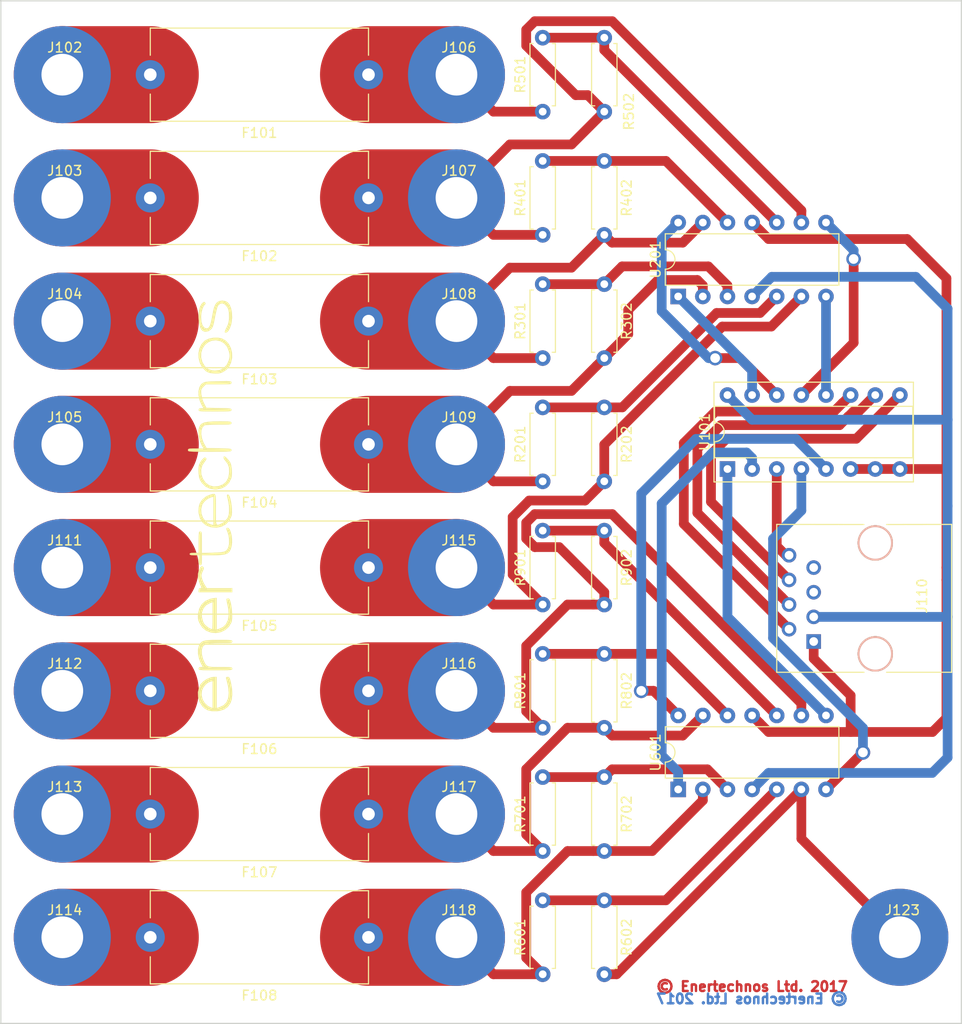
<source format=kicad_pcb>
(kicad_pcb (version 4) (host pcbnew 4.0.7)

  (general
    (links 76)
    (no_connects 0)
    (area 26.594999 17.704999 125.805001 123.265001)
    (thickness 1.6)
    (drawings 6)
    (tracks 248)
    (zones 0)
    (modules 46)
    (nets 40)
  )

  (page A4)
  (title_block
    (title "Fuse Board")
    (date 2017-12-14)
    (rev Rev3.3)
    (company "Enertechnos Ltd.")
    (comment 1 "FOR REVIEW")
  )

  (layers
    (0 F.Cu signal)
    (31 B.Cu signal)
    (32 B.Adhes user)
    (33 F.Adhes user)
    (34 B.Paste user)
    (35 F.Paste user)
    (36 B.SilkS user)
    (37 F.SilkS user)
    (38 B.Mask user)
    (39 F.Mask user)
    (40 Dwgs.User user)
    (41 Cmts.User user)
    (42 Eco1.User user)
    (43 Eco2.User user)
    (44 Edge.Cuts user)
    (45 Margin user)
    (46 B.CrtYd user)
    (47 F.CrtYd user)
    (48 B.Fab user)
    (49 F.Fab user)
  )

  (setup
    (last_trace_width 1)
    (trace_clearance 0.4)
    (zone_clearance 0.508)
    (zone_45_only no)
    (trace_min 0.2)
    (segment_width 0.2)
    (edge_width 0.15)
    (via_size 1.5)
    (via_drill 1)
    (via_min_size 0.4)
    (via_min_drill 0.3)
    (uvia_size 1)
    (uvia_drill 0.5)
    (uvias_allowed no)
    (uvia_min_size 0.2)
    (uvia_min_drill 0.1)
    (pcb_text_width 0.3)
    (pcb_text_size 1.5 1.5)
    (mod_edge_width 0.15)
    (mod_text_size 1 1)
    (mod_text_width 0.15)
    (pad_size 1.524 1.524)
    (pad_drill 0.762)
    (pad_to_mask_clearance 0.2)
    (aux_axis_origin 0 0)
    (visible_elements 7FFFEFFF)
    (pcbplotparams
      (layerselection 0x00030_80000001)
      (usegerberextensions false)
      (excludeedgelayer true)
      (linewidth 0.100000)
      (plotframeref false)
      (viasonmask false)
      (mode 1)
      (useauxorigin false)
      (hpglpennumber 1)
      (hpglpenspeed 20)
      (hpglpendiameter 15)
      (hpglpenoverlay 2)
      (psnegative false)
      (psa4output false)
      (plotreference true)
      (plotvalue true)
      (plotinvisibletext false)
      (padsonsilk false)
      (subtractmaskfromsilk false)
      (outputformat 1)
      (mirror false)
      (drillshape 1)
      (scaleselection 1)
      (outputdirectory ""))
  )

  (net 0 "")
  (net 1 /VoltMeter1/+VE)
  (net 2 /VoltMeter2/+VE)
  (net 3 /VoltMeter3/+VE)
  (net 4 ARD_GND)
  (net 5 ARD_5V)
  (net 6 /VoltMeter5/+VE)
  (net 7 /VoltMeter6/+VE)
  (net 8 /VoltMeter7/+VE)
  (net 9 /VoltMeter8/+VE)
  (net 10 /VoltMeter4/+VE)
  (net 11 "Net-(R201-Pad2)")
  (net 12 "Net-(R301-Pad2)")
  (net 13 "Net-(R401-Pad2)")
  (net 14 "Net-(R501-Pad2)")
  (net 15 "Net-(R601-Pad2)")
  (net 16 "Net-(R701-Pad2)")
  (net 17 "Net-(R801-Pad2)")
  (net 18 "Net-(R901-Pad2)")
  (net 19 "Net-(F101-Pad2)")
  (net 20 "Net-(F102-Pad2)")
  (net 21 "Net-(F103-Pad2)")
  (net 22 "Net-(F104-Pad2)")
  (net 23 "Net-(F105-Pad2)")
  (net 24 "Net-(F106-Pad2)")
  (net 25 "Net-(F107-Pad2)")
  (net 26 "Net-(F108-Pad2)")
  (net 27 /VoltMeter8/-VE)
  (net 28 A)
  (net 29 B)
  (net 30 C)
  (net 31 COM)
  (net 32 V5)
  (net 33 V7)
  (net 34 V8)
  (net 35 V4)
  (net 36 V6)
  (net 37 V1)
  (net 38 V2)
  (net 39 V3)

  (net_class Default "This is the default net class."
    (clearance 0.4)
    (trace_width 1)
    (via_dia 1.5)
    (via_drill 1)
    (uvia_dia 1)
    (uvia_drill 0.5)
    (add_net /VoltMeter1/+VE)
    (add_net /VoltMeter2/+VE)
    (add_net /VoltMeter3/+VE)
    (add_net /VoltMeter4/+VE)
    (add_net /VoltMeter5/+VE)
    (add_net /VoltMeter6/+VE)
    (add_net /VoltMeter7/+VE)
    (add_net /VoltMeter8/+VE)
    (add_net /VoltMeter8/-VE)
    (add_net A)
    (add_net ARD_5V)
    (add_net ARD_GND)
    (add_net B)
    (add_net C)
    (add_net COM)
    (add_net "Net-(F101-Pad2)")
    (add_net "Net-(F102-Pad2)")
    (add_net "Net-(F103-Pad2)")
    (add_net "Net-(F104-Pad2)")
    (add_net "Net-(F105-Pad2)")
    (add_net "Net-(F106-Pad2)")
    (add_net "Net-(F107-Pad2)")
    (add_net "Net-(F108-Pad2)")
    (add_net "Net-(R201-Pad2)")
    (add_net "Net-(R301-Pad2)")
    (add_net "Net-(R401-Pad2)")
    (add_net "Net-(R501-Pad2)")
    (add_net "Net-(R601-Pad2)")
    (add_net "Net-(R701-Pad2)")
    (add_net "Net-(R801-Pad2)")
    (add_net "Net-(R901-Pad2)")
    (add_net V1)
    (add_net V2)
    (add_net V3)
    (add_net V4)
    (add_net V5)
    (add_net V6)
    (add_net V7)
    (add_net V8)
  )

  (module PartsLibraries:RJ45 (layer F.Cu) (tedit 59511D7C) (tstamp 5A30FBBD)
    (at 110.49 83.82 90)
    (tags RJ45)
    (path /59C3DA36)
    (fp_text reference J110 (at 4.7 11.18 90) (layer F.SilkS)
      (effects (font (size 1 1) (thickness 0.15)))
    )
    (fp_text value RJ45 (at 4.59 6.25 90) (layer F.Fab)
      (effects (font (size 1 1) (thickness 0.15)))
    )
    (fp_line (start -3.17 14.22) (end 12.07 14.22) (layer F.SilkS) (width 0.12))
    (fp_line (start 12.07 -3.81) (end 12.06 5.18) (layer F.SilkS) (width 0.12))
    (fp_line (start 12.07 -3.81) (end -3.17 -3.81) (layer F.SilkS) (width 0.12))
    (fp_line (start -3.17 -3.81) (end -3.17 5.19) (layer F.SilkS) (width 0.12))
    (fp_line (start 12.06 7.52) (end 12.07 14.22) (layer F.SilkS) (width 0.12))
    (fp_line (start -3.17 7.51) (end -3.17 14.22) (layer F.SilkS) (width 0.12))
    (fp_line (start -3.56 -4.06) (end 12.46 -4.06) (layer F.CrtYd) (width 0.05))
    (fp_line (start -3.56 -4.06) (end -3.56 14.47) (layer F.CrtYd) (width 0.05))
    (fp_line (start 12.46 14.47) (end 12.46 -4.06) (layer F.CrtYd) (width 0.05))
    (fp_line (start 12.46 14.47) (end -3.56 14.47) (layer F.CrtYd) (width 0.05))
    (pad "" np_thru_hole circle (at 10.16 6.35 90) (size 3.65 3.65) (drill 3.25) (layers *.Cu *.SilkS *.Mask))
    (pad "" np_thru_hole circle (at -1.27 6.35 90) (size 3.65 3.65) (drill 3.25) (layers *.Cu *.SilkS *.Mask))
    (pad 1 thru_hole rect (at 0 0 90) (size 1.5 1.5) (drill 0.9) (layers *.Cu *.Mask)
      (net 4 ARD_GND))
    (pad 2 thru_hole circle (at 1.27 -2.54 90) (size 1.5 1.5) (drill 0.9) (layers *.Cu *.Mask)
      (net 28 A))
    (pad 3 thru_hole circle (at 2.54 0 90) (size 1.5 1.5) (drill 0.9) (layers *.Cu *.Mask)
      (net 5 ARD_5V))
    (pad 4 thru_hole circle (at 3.81 -2.54 90) (size 1.5 1.5) (drill 0.9) (layers *.Cu *.Mask)
      (net 29 B))
    (pad 5 thru_hole circle (at 5.08 0 90) (size 1.5 1.5) (drill 0.9) (layers *.Cu *.Mask))
    (pad 6 thru_hole circle (at 6.35 -2.54 90) (size 1.5 1.5) (drill 0.9) (layers *.Cu *.Mask)
      (net 30 C))
    (pad 7 thru_hole circle (at 7.62 0 90) (size 1.5 1.5) (drill 0.9) (layers *.Cu *.Mask))
    (pad 8 thru_hole circle (at 8.89 -2.54 90) (size 1.5 1.5) (drill 0.9) (layers *.Cu *.Mask)
      (net 31 COM))
    (model ../../../../../../Development/multilevelinverter/Hardware/3D/RJ45.wrl
      (at (xyz 0.175 -0.667 0.3))
      (scale (xyz 10 10 10))
      (rotate (xyz 270 0 0))
    )
  )

  (module Housings_DIP:DIP-16_W7.62mm_Socket (layer F.Cu) (tedit 59C78D6B) (tstamp 5A316EBB)
    (at 101.6 66.04 90)
    (descr "16-lead though-hole mounted DIP package, row spacing 7.62 mm (300 mils), Socket")
    (tags "THT DIP DIL PDIP 2.54mm 7.62mm 300mil Socket")
    (path /5A31B088)
    (fp_text reference U101 (at 3.81 -2.33 90) (layer F.SilkS)
      (effects (font (size 1 1) (thickness 0.15)))
    )
    (fp_text value TC4051BP (at 3.81 20.11 90) (layer F.Fab)
      (effects (font (size 1 1) (thickness 0.15)))
    )
    (fp_arc (start 3.81 -1.33) (end 2.81 -1.33) (angle -180) (layer F.SilkS) (width 0.12))
    (fp_line (start 1.635 -1.27) (end 6.985 -1.27) (layer F.Fab) (width 0.1))
    (fp_line (start 6.985 -1.27) (end 6.985 19.05) (layer F.Fab) (width 0.1))
    (fp_line (start 6.985 19.05) (end 0.635 19.05) (layer F.Fab) (width 0.1))
    (fp_line (start 0.635 19.05) (end 0.635 -0.27) (layer F.Fab) (width 0.1))
    (fp_line (start 0.635 -0.27) (end 1.635 -1.27) (layer F.Fab) (width 0.1))
    (fp_line (start -1.27 -1.33) (end -1.27 19.11) (layer F.Fab) (width 0.1))
    (fp_line (start -1.27 19.11) (end 8.89 19.11) (layer F.Fab) (width 0.1))
    (fp_line (start 8.89 19.11) (end 8.89 -1.33) (layer F.Fab) (width 0.1))
    (fp_line (start 8.89 -1.33) (end -1.27 -1.33) (layer F.Fab) (width 0.1))
    (fp_line (start 2.81 -1.33) (end 1.16 -1.33) (layer F.SilkS) (width 0.12))
    (fp_line (start 1.16 -1.33) (end 1.16 19.11) (layer F.SilkS) (width 0.12))
    (fp_line (start 1.16 19.11) (end 6.46 19.11) (layer F.SilkS) (width 0.12))
    (fp_line (start 6.46 19.11) (end 6.46 -1.33) (layer F.SilkS) (width 0.12))
    (fp_line (start 6.46 -1.33) (end 4.81 -1.33) (layer F.SilkS) (width 0.12))
    (fp_line (start -1.33 -1.39) (end -1.33 19.17) (layer F.SilkS) (width 0.12))
    (fp_line (start -1.33 19.17) (end 8.95 19.17) (layer F.SilkS) (width 0.12))
    (fp_line (start 8.95 19.17) (end 8.95 -1.39) (layer F.SilkS) (width 0.12))
    (fp_line (start 8.95 -1.39) (end -1.33 -1.39) (layer F.SilkS) (width 0.12))
    (fp_line (start -1.55 -1.6) (end -1.55 19.4) (layer F.CrtYd) (width 0.05))
    (fp_line (start -1.55 19.4) (end 9.15 19.4) (layer F.CrtYd) (width 0.05))
    (fp_line (start 9.15 19.4) (end 9.15 -1.6) (layer F.CrtYd) (width 0.05))
    (fp_line (start 9.15 -1.6) (end -1.55 -1.6) (layer F.CrtYd) (width 0.05))
    (fp_text user %R (at 3.81 8.89 90) (layer F.Fab)
      (effects (font (size 1 1) (thickness 0.15)))
    )
    (pad 1 thru_hole rect (at 0 0 90) (size 1.6 1.6) (drill 0.8) (layers *.Cu *.Mask)
      (net 32 V5))
    (pad 9 thru_hole oval (at 7.62 17.78 90) (size 1.6 1.6) (drill 0.8) (layers *.Cu *.Mask)
      (net 30 C))
    (pad 2 thru_hole oval (at 0 2.54 90) (size 1.6 1.6) (drill 0.8) (layers *.Cu *.Mask)
      (net 33 V7))
    (pad 10 thru_hole oval (at 7.62 15.24 90) (size 1.6 1.6) (drill 0.8) (layers *.Cu *.Mask)
      (net 29 B))
    (pad 3 thru_hole oval (at 0 5.08 90) (size 1.6 1.6) (drill 0.8) (layers *.Cu *.Mask)
      (net 31 COM))
    (pad 11 thru_hole oval (at 7.62 12.7 90) (size 1.6 1.6) (drill 0.8) (layers *.Cu *.Mask)
      (net 28 A))
    (pad 4 thru_hole oval (at 0 7.62 90) (size 1.6 1.6) (drill 0.8) (layers *.Cu *.Mask)
      (net 34 V8))
    (pad 12 thru_hole oval (at 7.62 10.16 90) (size 1.6 1.6) (drill 0.8) (layers *.Cu *.Mask)
      (net 35 V4))
    (pad 5 thru_hole oval (at 0 10.16 90) (size 1.6 1.6) (drill 0.8) (layers *.Cu *.Mask)
      (net 36 V6))
    (pad 13 thru_hole oval (at 7.62 7.62 90) (size 1.6 1.6) (drill 0.8) (layers *.Cu *.Mask)
      (net 37 V1))
    (pad 6 thru_hole oval (at 0 12.7 90) (size 1.6 1.6) (drill 0.8) (layers *.Cu *.Mask)
      (net 4 ARD_GND))
    (pad 14 thru_hole oval (at 7.62 5.08 90) (size 1.6 1.6) (drill 0.8) (layers *.Cu *.Mask)
      (net 38 V2))
    (pad 7 thru_hole oval (at 0 15.24 90) (size 1.6 1.6) (drill 0.8) (layers *.Cu *.Mask)
      (net 4 ARD_GND))
    (pad 15 thru_hole oval (at 7.62 2.54 90) (size 1.6 1.6) (drill 0.8) (layers *.Cu *.Mask)
      (net 39 V3))
    (pad 8 thru_hole oval (at 0 17.78 90) (size 1.6 1.6) (drill 0.8) (layers *.Cu *.Mask)
      (net 4 ARD_GND))
    (pad 16 thru_hole oval (at 7.62 0 90) (size 1.6 1.6) (drill 0.8) (layers *.Cu *.Mask)
      (net 5 ARD_5V))
    (model ${KISYS3DMOD}/Housings_DIP.3dshapes/DIP-16_W7.62mm_Socket.wrl
      (at (xyz 0 0 0))
      (scale (xyz 1 1 1))
      (rotate (xyz 0 0 0))
    )
  )

  (module Fuse_Holders_and_Fuses:Fuseholder5x20_horiz_open_Schurter_0031_8201 (layer F.Cu) (tedit 5880C433) (tstamp 5A30FB22)
    (at 64.59 63.5 180)
    (descr http://www.schurter.com/var/schurter/storage/ilcatalogue/files/document/datasheet/en/pdf/typ_OGN.pdf)
    (tags "Fuseholder horizontal open 5x20 Schurter 0031.8201")
    (path /5A316DCF)
    (fp_text reference F104 (at 11.25 -6 180) (layer F.SilkS)
      (effects (font (size 1 1) (thickness 0.15)))
    )
    (fp_text value Fuse (at 11.25 6 180) (layer F.Fab)
      (effects (font (size 1 1) (thickness 0.15)))
    )
    (fp_line (start 0.1 -4.7) (end 0.1 4.7) (layer F.Fab) (width 0.1))
    (fp_line (start 0.1 4.7) (end 22.4 4.7) (layer F.Fab) (width 0.1))
    (fp_line (start 22.4 4.7) (end 22.4 -4.7) (layer F.Fab) (width 0.1))
    (fp_line (start 22.4 -4.7) (end 0.1 -4.7) (layer F.Fab) (width 0.1))
    (fp_line (start -0.25 5.05) (end -0.25 1.95) (layer F.CrtYd) (width 0.05))
    (fp_line (start 22.5 4.8) (end 22.5 2) (layer F.SilkS) (width 0.12))
    (fp_line (start 22.5 -2) (end 22.5 -4.8) (layer F.SilkS) (width 0.12))
    (fp_line (start 0 -2) (end 0 -4.8) (layer F.SilkS) (width 0.12))
    (fp_line (start 0 -4.8) (end 22.5 -4.8) (layer F.SilkS) (width 0.12))
    (fp_line (start 22.75 5.05) (end -0.25 5.05) (layer F.CrtYd) (width 0.05))
    (fp_line (start -0.25 -5.05) (end 22.75 -5.05) (layer F.CrtYd) (width 0.05))
    (fp_line (start 0 4.8) (end 22.5 4.8) (layer F.SilkS) (width 0.12))
    (fp_line (start -0.25 -1.95) (end -0.25 -5.05) (layer F.CrtYd) (width 0.05))
    (fp_line (start 22.75 -1.95) (end 22.75 -5.05) (layer F.CrtYd) (width 0.05))
    (fp_line (start 22.75 1.95) (end 22.75 5.05) (layer F.CrtYd) (width 0.05))
    (fp_line (start 0 4.8) (end 0 2) (layer F.SilkS) (width 0.12))
    (fp_arc (start 22.5 0) (end 22.75 -1.95) (angle 165.3) (layer F.CrtYd) (width 0.05))
    (fp_arc (start 0 0) (end -0.25 1.95) (angle 165.3) (layer F.CrtYd) (width 0.05))
    (pad 1 thru_hole circle (at 0 0 180) (size 3 3) (drill 1.3) (layers *.Cu *.Mask)
      (net 10 /VoltMeter4/+VE))
    (pad 2 thru_hole circle (at 22.5 0 180) (size 3 3) (drill 1.3) (layers *.Cu *.Mask)
      (net 22 "Net-(F104-Pad2)"))
    (pad "" np_thru_hole circle (at 11.25 0 180) (size 2.7 2.7) (drill 2.7) (layers *.Cu *.Mask))
  )

  (module PartsLibraries:PowerConnectorRound (layer F.Cu) (tedit 59AECA0D) (tstamp 5A3003A5)
    (at 73.66 38.1)
    (path /5A31433B)
    (fp_text reference J107 (at 0.254 -2.794) (layer F.SilkS)
      (effects (font (size 1 1) (thickness 0.15)))
    )
    (fp_text value OUTPUT (at 0 6.35) (layer F.Fab)
      (effects (font (size 1 1) (thickness 0.15)))
    )
    (pad 1 thru_hole circle (at 0 0) (size 10 10) (drill 4.3) (layers *.Cu *.Mask)
      (net 2 /VoltMeter2/+VE))
  )

  (module Housings_DIP:DIP-14_W7.62mm (layer F.Cu) (tedit 59C78D6B) (tstamp 5A3005BF)
    (at 96.52 99.06 90)
    (descr "14-lead though-hole mounted DIP package, row spacing 7.62 mm (300 mils)")
    (tags "THT DIP DIL PDIP 2.54mm 7.62mm 300mil")
    (path /59C53BAD/59C4F962)
    (fp_text reference U601 (at 3.81 -2.33 90) (layer F.SilkS)
      (effects (font (size 1 1) (thickness 0.15)))
    )
    (fp_text value MCP604 (at 3.81 17.57 90) (layer F.Fab)
      (effects (font (size 1 1) (thickness 0.15)))
    )
    (fp_arc (start 3.81 -1.33) (end 2.81 -1.33) (angle -180) (layer F.SilkS) (width 0.12))
    (fp_line (start 1.635 -1.27) (end 6.985 -1.27) (layer F.Fab) (width 0.1))
    (fp_line (start 6.985 -1.27) (end 6.985 16.51) (layer F.Fab) (width 0.1))
    (fp_line (start 6.985 16.51) (end 0.635 16.51) (layer F.Fab) (width 0.1))
    (fp_line (start 0.635 16.51) (end 0.635 -0.27) (layer F.Fab) (width 0.1))
    (fp_line (start 0.635 -0.27) (end 1.635 -1.27) (layer F.Fab) (width 0.1))
    (fp_line (start 2.81 -1.33) (end 1.16 -1.33) (layer F.SilkS) (width 0.12))
    (fp_line (start 1.16 -1.33) (end 1.16 16.57) (layer F.SilkS) (width 0.12))
    (fp_line (start 1.16 16.57) (end 6.46 16.57) (layer F.SilkS) (width 0.12))
    (fp_line (start 6.46 16.57) (end 6.46 -1.33) (layer F.SilkS) (width 0.12))
    (fp_line (start 6.46 -1.33) (end 4.81 -1.33) (layer F.SilkS) (width 0.12))
    (fp_line (start -1.1 -1.55) (end -1.1 16.8) (layer F.CrtYd) (width 0.05))
    (fp_line (start -1.1 16.8) (end 8.7 16.8) (layer F.CrtYd) (width 0.05))
    (fp_line (start 8.7 16.8) (end 8.7 -1.55) (layer F.CrtYd) (width 0.05))
    (fp_line (start 8.7 -1.55) (end -1.1 -1.55) (layer F.CrtYd) (width 0.05))
    (fp_text user %R (at 3.81 7.62 90) (layer F.Fab)
      (effects (font (size 1 1) (thickness 0.15)))
    )
    (pad 1 thru_hole rect (at 0 0 90) (size 1.6 1.6) (drill 0.8) (layers *.Cu *.Mask)
      (net 33 V7))
    (pad 8 thru_hole oval (at 7.62 15.24 90) (size 1.6 1.6) (drill 0.8) (layers *.Cu *.Mask)
      (net 32 V5))
    (pad 2 thru_hole oval (at 0 2.54 90) (size 1.6 1.6) (drill 0.8) (layers *.Cu *.Mask)
      (net 9 /VoltMeter8/+VE))
    (pad 9 thru_hole oval (at 7.62 12.7 90) (size 1.6 1.6) (drill 0.8) (layers *.Cu *.Mask)
      (net 7 /VoltMeter6/+VE))
    (pad 3 thru_hole oval (at 0 5.08 90) (size 1.6 1.6) (drill 0.8) (layers *.Cu *.Mask)
      (net 16 "Net-(R701-Pad2)"))
    (pad 10 thru_hole oval (at 7.62 10.16 90) (size 1.6 1.6) (drill 0.8) (layers *.Cu *.Mask)
      (net 18 "Net-(R901-Pad2)"))
    (pad 4 thru_hole oval (at 0 7.62 90) (size 1.6 1.6) (drill 0.8) (layers *.Cu *.Mask)
      (net 5 ARD_5V))
    (pad 11 thru_hole oval (at 7.62 7.62 90) (size 1.6 1.6) (drill 0.8) (layers *.Cu *.Mask)
      (net 4 ARD_GND))
    (pad 5 thru_hole oval (at 0 10.16 90) (size 1.6 1.6) (drill 0.8) (layers *.Cu *.Mask)
      (net 15 "Net-(R601-Pad2)"))
    (pad 12 thru_hole oval (at 7.62 5.08 90) (size 1.6 1.6) (drill 0.8) (layers *.Cu *.Mask)
      (net 17 "Net-(R801-Pad2)"))
    (pad 6 thru_hole oval (at 0 12.7 90) (size 1.6 1.6) (drill 0.8) (layers *.Cu *.Mask)
      (net 27 /VoltMeter8/-VE))
    (pad 13 thru_hole oval (at 7.62 2.54 90) (size 1.6 1.6) (drill 0.8) (layers *.Cu *.Mask)
      (net 8 /VoltMeter7/+VE))
    (pad 7 thru_hole oval (at 0 15.24 90) (size 1.6 1.6) (drill 0.8) (layers *.Cu *.Mask)
      (net 34 V8))
    (pad 14 thru_hole oval (at 7.62 0 90) (size 1.6 1.6) (drill 0.8) (layers *.Cu *.Mask)
      (net 36 V6))
    (model ${KISYS3DMOD}/Housings_DIP.3dshapes/DIP-14_W7.62mm.wrl
      (at (xyz 0 0 0))
      (scale (xyz 1 1 1))
      (rotate (xyz 0 0 0))
    )
  )

  (module PartsLibraries:PowerConnectorRound (layer F.Cu) (tedit 59AECA0D) (tstamp 5A300388)
    (at 33.02 63.5)
    (path /5A314202)
    (fp_text reference J105 (at 0.254 -2.794) (layer F.SilkS)
      (effects (font (size 1 1) (thickness 0.15)))
    )
    (fp_text value INPUT (at 0 6.35) (layer F.Fab)
      (effects (font (size 1 1) (thickness 0.15)))
    )
    (pad 1 thru_hole circle (at 0 0) (size 10 10) (drill 4.3) (layers *.Cu *.Mask)
      (net 22 "Net-(F104-Pad2)"))
  )

  (module PartsLibraries:PowerConnectorRound (layer F.Cu) (tedit 59AECA0D) (tstamp 5A3003AA)
    (at 73.66 50.8)
    (path /5A314473)
    (fp_text reference J108 (at 0.254 -2.794) (layer F.SilkS)
      (effects (font (size 1 1) (thickness 0.15)))
    )
    (fp_text value OUTPUT (at 0 6.35) (layer F.Fab)
      (effects (font (size 1 1) (thickness 0.15)))
    )
    (pad 1 thru_hole circle (at 0 0) (size 10 10) (drill 4.3) (layers *.Cu *.Mask)
      (net 3 /VoltMeter3/+VE))
  )

  (module PartsLibraries:PowerConnectorRound (layer F.Cu) (tedit 59AECA0D) (tstamp 5A3003AF)
    (at 73.66 63.5)
    (path /5A314620)
    (fp_text reference J109 (at 0.254 -2.794) (layer F.SilkS)
      (effects (font (size 1 1) (thickness 0.15)))
    )
    (fp_text value OUTPUT (at 0 6.35) (layer F.Fab)
      (effects (font (size 1 1) (thickness 0.15)))
    )
    (pad 1 thru_hole circle (at 0 0) (size 10 10) (drill 4.3) (layers *.Cu *.Mask)
      (net 10 /VoltMeter4/+VE))
  )

  (module PartsLibraries:PowerConnectorRound (layer F.Cu) (tedit 59AECA0D) (tstamp 5A3003B9)
    (at 33.02 76.2)
    (path /5A31493D)
    (fp_text reference J111 (at 0.254 -2.794) (layer F.SilkS)
      (effects (font (size 1 1) (thickness 0.15)))
    )
    (fp_text value INPUT (at 0 6.35) (layer F.Fab)
      (effects (font (size 1 1) (thickness 0.15)))
    )
    (pad 1 thru_hole circle (at 0 0) (size 10 10) (drill 4.3) (layers *.Cu *.Mask)
      (net 23 "Net-(F105-Pad2)"))
  )

  (module PartsLibraries:PowerConnectorRound (layer F.Cu) (tedit 59AECA0D) (tstamp 5A3003BE)
    (at 33.02 88.9)
    (path /5A314C5C)
    (fp_text reference J112 (at 0.254 -2.794) (layer F.SilkS)
      (effects (font (size 1 1) (thickness 0.15)))
    )
    (fp_text value INPUT (at 0 6.35) (layer F.Fab)
      (effects (font (size 1 1) (thickness 0.15)))
    )
    (pad 1 thru_hole circle (at 0 0) (size 10 10) (drill 4.3) (layers *.Cu *.Mask)
      (net 24 "Net-(F106-Pad2)"))
  )

  (module PartsLibraries:PowerConnectorRound (layer F.Cu) (tedit 59AECA0D) (tstamp 5A3003C3)
    (at 33.02 101.6)
    (path /5A314D91)
    (fp_text reference J113 (at 0.254 -2.794) (layer F.SilkS)
      (effects (font (size 1 1) (thickness 0.15)))
    )
    (fp_text value INPUT (at 0 6.35) (layer F.Fab)
      (effects (font (size 1 1) (thickness 0.15)))
    )
    (pad 1 thru_hole circle (at 0 0) (size 10 10) (drill 4.3) (layers *.Cu *.Mask)
      (net 25 "Net-(F107-Pad2)"))
  )

  (module Resistors_THT:R_Axial_DIN0207_L6.3mm_D2.5mm_P7.62mm_Horizontal placed (layer F.Cu) (tedit 5874F706) (tstamp 5A3003D9)
    (at 82.55 67.31 90)
    (descr "Resistor, Axial_DIN0207 series, Axial, Horizontal, pin pitch=7.62mm, 0.25W = 1/4W, length*diameter=6.3*2.5mm^2, http://cdn-reichelt.de/documents/datenblatt/B400/1_4W%23YAG.pdf")
    (tags "Resistor Axial_DIN0207 series Axial Horizontal pin pitch 7.62mm 0.25W = 1/4W length 6.3mm diameter 2.5mm")
    (path /59C4F642/5A2FE363)
    (fp_text reference R201 (at 3.81 -2.31 90) (layer F.SilkS)
      (effects (font (size 1 1) (thickness 0.15)))
    )
    (fp_text value 10K (at 3.81 2.31 90) (layer F.Fab)
      (effects (font (size 1 1) (thickness 0.15)))
    )
    (fp_line (start 0.66 -1.25) (end 0.66 1.25) (layer F.Fab) (width 0.1))
    (fp_line (start 0.66 1.25) (end 6.96 1.25) (layer F.Fab) (width 0.1))
    (fp_line (start 6.96 1.25) (end 6.96 -1.25) (layer F.Fab) (width 0.1))
    (fp_line (start 6.96 -1.25) (end 0.66 -1.25) (layer F.Fab) (width 0.1))
    (fp_line (start 0 0) (end 0.66 0) (layer F.Fab) (width 0.1))
    (fp_line (start 7.62 0) (end 6.96 0) (layer F.Fab) (width 0.1))
    (fp_line (start 0.6 -0.98) (end 0.6 -1.31) (layer F.SilkS) (width 0.12))
    (fp_line (start 0.6 -1.31) (end 7.02 -1.31) (layer F.SilkS) (width 0.12))
    (fp_line (start 7.02 -1.31) (end 7.02 -0.98) (layer F.SilkS) (width 0.12))
    (fp_line (start 0.6 0.98) (end 0.6 1.31) (layer F.SilkS) (width 0.12))
    (fp_line (start 0.6 1.31) (end 7.02 1.31) (layer F.SilkS) (width 0.12))
    (fp_line (start 7.02 1.31) (end 7.02 0.98) (layer F.SilkS) (width 0.12))
    (fp_line (start -1.05 -1.6) (end -1.05 1.6) (layer F.CrtYd) (width 0.05))
    (fp_line (start -1.05 1.6) (end 8.7 1.6) (layer F.CrtYd) (width 0.05))
    (fp_line (start 8.7 1.6) (end 8.7 -1.6) (layer F.CrtYd) (width 0.05))
    (fp_line (start 8.7 -1.6) (end -1.05 -1.6) (layer F.CrtYd) (width 0.05))
    (pad 1 thru_hole circle (at 0 0 90) (size 1.6 1.6) (drill 0.8) (layers *.Cu *.Mask)
      (net 10 /VoltMeter4/+VE))
    (pad 2 thru_hole oval (at 7.62 0 90) (size 1.6 1.6) (drill 0.8) (layers *.Cu *.Mask)
      (net 11 "Net-(R201-Pad2)"))
    (model ${KISYS3DMOD}/Resistors_THT.3dshapes/R_Axial_DIN0207_L6.3mm_D2.5mm_P7.62mm_Horizontal.wrl
      (at (xyz 0 0 0))
      (scale (xyz 0.393701 0.393701 0.393701))
      (rotate (xyz 0 0 0))
    )
  )

  (module Resistors_THT:R_Axial_DIN0207_L6.3mm_D2.5mm_P7.62mm_Horizontal placed (layer F.Cu) (tedit 5874F706) (tstamp 5A3003EF)
    (at 88.9 59.69 270)
    (descr "Resistor, Axial_DIN0207 series, Axial, Horizontal, pin pitch=7.62mm, 0.25W = 1/4W, length*diameter=6.3*2.5mm^2, http://cdn-reichelt.de/documents/datenblatt/B400/1_4W%23YAG.pdf")
    (tags "Resistor Axial_DIN0207 series Axial Horizontal pin pitch 7.62mm 0.25W = 1/4W length 6.3mm diameter 2.5mm")
    (path /59C4F642/59C4F970)
    (fp_text reference R202 (at 3.81 -2.31 270) (layer F.SilkS)
      (effects (font (size 1 1) (thickness 0.15)))
    )
    (fp_text value 10M (at 3.81 2.31 270) (layer F.Fab)
      (effects (font (size 1 1) (thickness 0.15)))
    )
    (fp_line (start 0.66 -1.25) (end 0.66 1.25) (layer F.Fab) (width 0.1))
    (fp_line (start 0.66 1.25) (end 6.96 1.25) (layer F.Fab) (width 0.1))
    (fp_line (start 6.96 1.25) (end 6.96 -1.25) (layer F.Fab) (width 0.1))
    (fp_line (start 6.96 -1.25) (end 0.66 -1.25) (layer F.Fab) (width 0.1))
    (fp_line (start 0 0) (end 0.66 0) (layer F.Fab) (width 0.1))
    (fp_line (start 7.62 0) (end 6.96 0) (layer F.Fab) (width 0.1))
    (fp_line (start 0.6 -0.98) (end 0.6 -1.31) (layer F.SilkS) (width 0.12))
    (fp_line (start 0.6 -1.31) (end 7.02 -1.31) (layer F.SilkS) (width 0.12))
    (fp_line (start 7.02 -1.31) (end 7.02 -0.98) (layer F.SilkS) (width 0.12))
    (fp_line (start 0.6 0.98) (end 0.6 1.31) (layer F.SilkS) (width 0.12))
    (fp_line (start 0.6 1.31) (end 7.02 1.31) (layer F.SilkS) (width 0.12))
    (fp_line (start 7.02 1.31) (end 7.02 0.98) (layer F.SilkS) (width 0.12))
    (fp_line (start -1.05 -1.6) (end -1.05 1.6) (layer F.CrtYd) (width 0.05))
    (fp_line (start -1.05 1.6) (end 8.7 1.6) (layer F.CrtYd) (width 0.05))
    (fp_line (start 8.7 1.6) (end 8.7 -1.6) (layer F.CrtYd) (width 0.05))
    (fp_line (start 8.7 -1.6) (end -1.05 -1.6) (layer F.CrtYd) (width 0.05))
    (pad 1 thru_hole circle (at 0 0 270) (size 1.6 1.6) (drill 0.8) (layers *.Cu *.Mask)
      (net 11 "Net-(R201-Pad2)"))
    (pad 2 thru_hole oval (at 7.62 0 270) (size 1.6 1.6) (drill 0.8) (layers *.Cu *.Mask)
      (net 6 /VoltMeter5/+VE))
    (model ${KISYS3DMOD}/Resistors_THT.3dshapes/R_Axial_DIN0207_L6.3mm_D2.5mm_P7.62mm_Horizontal.wrl
      (at (xyz 0 0 0))
      (scale (xyz 0.393701 0.393701 0.393701))
      (rotate (xyz 0 0 0))
    )
  )

  (module Resistors_THT:R_Axial_DIN0207_L6.3mm_D2.5mm_P7.62mm_Horizontal placed (layer F.Cu) (tedit 5874F706) (tstamp 5A300405)
    (at 82.55 54.61 90)
    (descr "Resistor, Axial_DIN0207 series, Axial, Horizontal, pin pitch=7.62mm, 0.25W = 1/4W, length*diameter=6.3*2.5mm^2, http://cdn-reichelt.de/documents/datenblatt/B400/1_4W%23YAG.pdf")
    (tags "Resistor Axial_DIN0207 series Axial Horizontal pin pitch 7.62mm 0.25W = 1/4W length 6.3mm diameter 2.5mm")
    (path /59C51A28/5A2FE363)
    (fp_text reference R301 (at 3.81 -2.31 90) (layer F.SilkS)
      (effects (font (size 1 1) (thickness 0.15)))
    )
    (fp_text value 10K (at 3.81 2.31 90) (layer F.Fab)
      (effects (font (size 1 1) (thickness 0.15)))
    )
    (fp_line (start 0.66 -1.25) (end 0.66 1.25) (layer F.Fab) (width 0.1))
    (fp_line (start 0.66 1.25) (end 6.96 1.25) (layer F.Fab) (width 0.1))
    (fp_line (start 6.96 1.25) (end 6.96 -1.25) (layer F.Fab) (width 0.1))
    (fp_line (start 6.96 -1.25) (end 0.66 -1.25) (layer F.Fab) (width 0.1))
    (fp_line (start 0 0) (end 0.66 0) (layer F.Fab) (width 0.1))
    (fp_line (start 7.62 0) (end 6.96 0) (layer F.Fab) (width 0.1))
    (fp_line (start 0.6 -0.98) (end 0.6 -1.31) (layer F.SilkS) (width 0.12))
    (fp_line (start 0.6 -1.31) (end 7.02 -1.31) (layer F.SilkS) (width 0.12))
    (fp_line (start 7.02 -1.31) (end 7.02 -0.98) (layer F.SilkS) (width 0.12))
    (fp_line (start 0.6 0.98) (end 0.6 1.31) (layer F.SilkS) (width 0.12))
    (fp_line (start 0.6 1.31) (end 7.02 1.31) (layer F.SilkS) (width 0.12))
    (fp_line (start 7.02 1.31) (end 7.02 0.98) (layer F.SilkS) (width 0.12))
    (fp_line (start -1.05 -1.6) (end -1.05 1.6) (layer F.CrtYd) (width 0.05))
    (fp_line (start -1.05 1.6) (end 8.7 1.6) (layer F.CrtYd) (width 0.05))
    (fp_line (start 8.7 1.6) (end 8.7 -1.6) (layer F.CrtYd) (width 0.05))
    (fp_line (start 8.7 -1.6) (end -1.05 -1.6) (layer F.CrtYd) (width 0.05))
    (pad 1 thru_hole circle (at 0 0 90) (size 1.6 1.6) (drill 0.8) (layers *.Cu *.Mask)
      (net 3 /VoltMeter3/+VE))
    (pad 2 thru_hole oval (at 7.62 0 90) (size 1.6 1.6) (drill 0.8) (layers *.Cu *.Mask)
      (net 12 "Net-(R301-Pad2)"))
    (model ${KISYS3DMOD}/Resistors_THT.3dshapes/R_Axial_DIN0207_L6.3mm_D2.5mm_P7.62mm_Horizontal.wrl
      (at (xyz 0 0 0))
      (scale (xyz 0.393701 0.393701 0.393701))
      (rotate (xyz 0 0 0))
    )
  )

  (module Resistors_THT:R_Axial_DIN0207_L6.3mm_D2.5mm_P7.62mm_Horizontal placed (layer F.Cu) (tedit 5874F706) (tstamp 5A30041B)
    (at 88.9 46.99 270)
    (descr "Resistor, Axial_DIN0207 series, Axial, Horizontal, pin pitch=7.62mm, 0.25W = 1/4W, length*diameter=6.3*2.5mm^2, http://cdn-reichelt.de/documents/datenblatt/B400/1_4W%23YAG.pdf")
    (tags "Resistor Axial_DIN0207 series Axial Horizontal pin pitch 7.62mm 0.25W = 1/4W length 6.3mm diameter 2.5mm")
    (path /59C51A28/59C4F970)
    (fp_text reference R302 (at 3.81 -2.31 270) (layer F.SilkS)
      (effects (font (size 1 1) (thickness 0.15)))
    )
    (fp_text value 10M (at 3.81 2.31 270) (layer F.Fab)
      (effects (font (size 1 1) (thickness 0.15)))
    )
    (fp_line (start 0.66 -1.25) (end 0.66 1.25) (layer F.Fab) (width 0.1))
    (fp_line (start 0.66 1.25) (end 6.96 1.25) (layer F.Fab) (width 0.1))
    (fp_line (start 6.96 1.25) (end 6.96 -1.25) (layer F.Fab) (width 0.1))
    (fp_line (start 6.96 -1.25) (end 0.66 -1.25) (layer F.Fab) (width 0.1))
    (fp_line (start 0 0) (end 0.66 0) (layer F.Fab) (width 0.1))
    (fp_line (start 7.62 0) (end 6.96 0) (layer F.Fab) (width 0.1))
    (fp_line (start 0.6 -0.98) (end 0.6 -1.31) (layer F.SilkS) (width 0.12))
    (fp_line (start 0.6 -1.31) (end 7.02 -1.31) (layer F.SilkS) (width 0.12))
    (fp_line (start 7.02 -1.31) (end 7.02 -0.98) (layer F.SilkS) (width 0.12))
    (fp_line (start 0.6 0.98) (end 0.6 1.31) (layer F.SilkS) (width 0.12))
    (fp_line (start 0.6 1.31) (end 7.02 1.31) (layer F.SilkS) (width 0.12))
    (fp_line (start 7.02 1.31) (end 7.02 0.98) (layer F.SilkS) (width 0.12))
    (fp_line (start -1.05 -1.6) (end -1.05 1.6) (layer F.CrtYd) (width 0.05))
    (fp_line (start -1.05 1.6) (end 8.7 1.6) (layer F.CrtYd) (width 0.05))
    (fp_line (start 8.7 1.6) (end 8.7 -1.6) (layer F.CrtYd) (width 0.05))
    (fp_line (start 8.7 -1.6) (end -1.05 -1.6) (layer F.CrtYd) (width 0.05))
    (pad 1 thru_hole circle (at 0 0 270) (size 1.6 1.6) (drill 0.8) (layers *.Cu *.Mask)
      (net 12 "Net-(R301-Pad2)"))
    (pad 2 thru_hole oval (at 7.62 0 270) (size 1.6 1.6) (drill 0.8) (layers *.Cu *.Mask)
      (net 10 /VoltMeter4/+VE))
    (model ${KISYS3DMOD}/Resistors_THT.3dshapes/R_Axial_DIN0207_L6.3mm_D2.5mm_P7.62mm_Horizontal.wrl
      (at (xyz 0 0 0))
      (scale (xyz 0.393701 0.393701 0.393701))
      (rotate (xyz 0 0 0))
    )
  )

  (module Resistors_THT:R_Axial_DIN0207_L6.3mm_D2.5mm_P7.62mm_Horizontal placed (layer F.Cu) (tedit 5874F706) (tstamp 5A300431)
    (at 82.55 41.91 90)
    (descr "Resistor, Axial_DIN0207 series, Axial, Horizontal, pin pitch=7.62mm, 0.25W = 1/4W, length*diameter=6.3*2.5mm^2, http://cdn-reichelt.de/documents/datenblatt/B400/1_4W%23YAG.pdf")
    (tags "Resistor Axial_DIN0207 series Axial Horizontal pin pitch 7.62mm 0.25W = 1/4W length 6.3mm diameter 2.5mm")
    (path /59C51FF6/5A2FE363)
    (fp_text reference R401 (at 3.81 -2.31 90) (layer F.SilkS)
      (effects (font (size 1 1) (thickness 0.15)))
    )
    (fp_text value 10K (at 3.81 2.31 90) (layer F.Fab)
      (effects (font (size 1 1) (thickness 0.15)))
    )
    (fp_line (start 0.66 -1.25) (end 0.66 1.25) (layer F.Fab) (width 0.1))
    (fp_line (start 0.66 1.25) (end 6.96 1.25) (layer F.Fab) (width 0.1))
    (fp_line (start 6.96 1.25) (end 6.96 -1.25) (layer F.Fab) (width 0.1))
    (fp_line (start 6.96 -1.25) (end 0.66 -1.25) (layer F.Fab) (width 0.1))
    (fp_line (start 0 0) (end 0.66 0) (layer F.Fab) (width 0.1))
    (fp_line (start 7.62 0) (end 6.96 0) (layer F.Fab) (width 0.1))
    (fp_line (start 0.6 -0.98) (end 0.6 -1.31) (layer F.SilkS) (width 0.12))
    (fp_line (start 0.6 -1.31) (end 7.02 -1.31) (layer F.SilkS) (width 0.12))
    (fp_line (start 7.02 -1.31) (end 7.02 -0.98) (layer F.SilkS) (width 0.12))
    (fp_line (start 0.6 0.98) (end 0.6 1.31) (layer F.SilkS) (width 0.12))
    (fp_line (start 0.6 1.31) (end 7.02 1.31) (layer F.SilkS) (width 0.12))
    (fp_line (start 7.02 1.31) (end 7.02 0.98) (layer F.SilkS) (width 0.12))
    (fp_line (start -1.05 -1.6) (end -1.05 1.6) (layer F.CrtYd) (width 0.05))
    (fp_line (start -1.05 1.6) (end 8.7 1.6) (layer F.CrtYd) (width 0.05))
    (fp_line (start 8.7 1.6) (end 8.7 -1.6) (layer F.CrtYd) (width 0.05))
    (fp_line (start 8.7 -1.6) (end -1.05 -1.6) (layer F.CrtYd) (width 0.05))
    (pad 1 thru_hole circle (at 0 0 90) (size 1.6 1.6) (drill 0.8) (layers *.Cu *.Mask)
      (net 2 /VoltMeter2/+VE))
    (pad 2 thru_hole oval (at 7.62 0 90) (size 1.6 1.6) (drill 0.8) (layers *.Cu *.Mask)
      (net 13 "Net-(R401-Pad2)"))
    (model ${KISYS3DMOD}/Resistors_THT.3dshapes/R_Axial_DIN0207_L6.3mm_D2.5mm_P7.62mm_Horizontal.wrl
      (at (xyz 0 0 0))
      (scale (xyz 0.393701 0.393701 0.393701))
      (rotate (xyz 0 0 0))
    )
  )

  (module Resistors_THT:R_Axial_DIN0207_L6.3mm_D2.5mm_P7.62mm_Horizontal placed (layer F.Cu) (tedit 5874F706) (tstamp 5A300447)
    (at 88.9 34.29 270)
    (descr "Resistor, Axial_DIN0207 series, Axial, Horizontal, pin pitch=7.62mm, 0.25W = 1/4W, length*diameter=6.3*2.5mm^2, http://cdn-reichelt.de/documents/datenblatt/B400/1_4W%23YAG.pdf")
    (tags "Resistor Axial_DIN0207 series Axial Horizontal pin pitch 7.62mm 0.25W = 1/4W length 6.3mm diameter 2.5mm")
    (path /59C51FF6/59C4F970)
    (fp_text reference R402 (at 3.81 -2.31 270) (layer F.SilkS)
      (effects (font (size 1 1) (thickness 0.15)))
    )
    (fp_text value 10M (at 3.81 2.31 270) (layer F.Fab)
      (effects (font (size 1 1) (thickness 0.15)))
    )
    (fp_line (start 0.66 -1.25) (end 0.66 1.25) (layer F.Fab) (width 0.1))
    (fp_line (start 0.66 1.25) (end 6.96 1.25) (layer F.Fab) (width 0.1))
    (fp_line (start 6.96 1.25) (end 6.96 -1.25) (layer F.Fab) (width 0.1))
    (fp_line (start 6.96 -1.25) (end 0.66 -1.25) (layer F.Fab) (width 0.1))
    (fp_line (start 0 0) (end 0.66 0) (layer F.Fab) (width 0.1))
    (fp_line (start 7.62 0) (end 6.96 0) (layer F.Fab) (width 0.1))
    (fp_line (start 0.6 -0.98) (end 0.6 -1.31) (layer F.SilkS) (width 0.12))
    (fp_line (start 0.6 -1.31) (end 7.02 -1.31) (layer F.SilkS) (width 0.12))
    (fp_line (start 7.02 -1.31) (end 7.02 -0.98) (layer F.SilkS) (width 0.12))
    (fp_line (start 0.6 0.98) (end 0.6 1.31) (layer F.SilkS) (width 0.12))
    (fp_line (start 0.6 1.31) (end 7.02 1.31) (layer F.SilkS) (width 0.12))
    (fp_line (start 7.02 1.31) (end 7.02 0.98) (layer F.SilkS) (width 0.12))
    (fp_line (start -1.05 -1.6) (end -1.05 1.6) (layer F.CrtYd) (width 0.05))
    (fp_line (start -1.05 1.6) (end 8.7 1.6) (layer F.CrtYd) (width 0.05))
    (fp_line (start 8.7 1.6) (end 8.7 -1.6) (layer F.CrtYd) (width 0.05))
    (fp_line (start 8.7 -1.6) (end -1.05 -1.6) (layer F.CrtYd) (width 0.05))
    (pad 1 thru_hole circle (at 0 0 270) (size 1.6 1.6) (drill 0.8) (layers *.Cu *.Mask)
      (net 13 "Net-(R401-Pad2)"))
    (pad 2 thru_hole oval (at 7.62 0 270) (size 1.6 1.6) (drill 0.8) (layers *.Cu *.Mask)
      (net 3 /VoltMeter3/+VE))
    (model ${KISYS3DMOD}/Resistors_THT.3dshapes/R_Axial_DIN0207_L6.3mm_D2.5mm_P7.62mm_Horizontal.wrl
      (at (xyz 0 0 0))
      (scale (xyz 0.393701 0.393701 0.393701))
      (rotate (xyz 0 0 0))
    )
  )

  (module Resistors_THT:R_Axial_DIN0207_L6.3mm_D2.5mm_P7.62mm_Horizontal placed (layer F.Cu) (tedit 5874F706) (tstamp 5A30045D)
    (at 82.55 29.21 90)
    (descr "Resistor, Axial_DIN0207 series, Axial, Horizontal, pin pitch=7.62mm, 0.25W = 1/4W, length*diameter=6.3*2.5mm^2, http://cdn-reichelt.de/documents/datenblatt/B400/1_4W%23YAG.pdf")
    (tags "Resistor Axial_DIN0207 series Axial Horizontal pin pitch 7.62mm 0.25W = 1/4W length 6.3mm diameter 2.5mm")
    (path /59C5216A/5A2FE363)
    (fp_text reference R501 (at 3.81 -2.31 90) (layer F.SilkS)
      (effects (font (size 1 1) (thickness 0.15)))
    )
    (fp_text value 10K (at 3.81 2.31 90) (layer F.Fab)
      (effects (font (size 1 1) (thickness 0.15)))
    )
    (fp_line (start 0.66 -1.25) (end 0.66 1.25) (layer F.Fab) (width 0.1))
    (fp_line (start 0.66 1.25) (end 6.96 1.25) (layer F.Fab) (width 0.1))
    (fp_line (start 6.96 1.25) (end 6.96 -1.25) (layer F.Fab) (width 0.1))
    (fp_line (start 6.96 -1.25) (end 0.66 -1.25) (layer F.Fab) (width 0.1))
    (fp_line (start 0 0) (end 0.66 0) (layer F.Fab) (width 0.1))
    (fp_line (start 7.62 0) (end 6.96 0) (layer F.Fab) (width 0.1))
    (fp_line (start 0.6 -0.98) (end 0.6 -1.31) (layer F.SilkS) (width 0.12))
    (fp_line (start 0.6 -1.31) (end 7.02 -1.31) (layer F.SilkS) (width 0.12))
    (fp_line (start 7.02 -1.31) (end 7.02 -0.98) (layer F.SilkS) (width 0.12))
    (fp_line (start 0.6 0.98) (end 0.6 1.31) (layer F.SilkS) (width 0.12))
    (fp_line (start 0.6 1.31) (end 7.02 1.31) (layer F.SilkS) (width 0.12))
    (fp_line (start 7.02 1.31) (end 7.02 0.98) (layer F.SilkS) (width 0.12))
    (fp_line (start -1.05 -1.6) (end -1.05 1.6) (layer F.CrtYd) (width 0.05))
    (fp_line (start -1.05 1.6) (end 8.7 1.6) (layer F.CrtYd) (width 0.05))
    (fp_line (start 8.7 1.6) (end 8.7 -1.6) (layer F.CrtYd) (width 0.05))
    (fp_line (start 8.7 -1.6) (end -1.05 -1.6) (layer F.CrtYd) (width 0.05))
    (pad 1 thru_hole circle (at 0 0 90) (size 1.6 1.6) (drill 0.8) (layers *.Cu *.Mask)
      (net 1 /VoltMeter1/+VE))
    (pad 2 thru_hole oval (at 7.62 0 90) (size 1.6 1.6) (drill 0.8) (layers *.Cu *.Mask)
      (net 14 "Net-(R501-Pad2)"))
    (model ${KISYS3DMOD}/Resistors_THT.3dshapes/R_Axial_DIN0207_L6.3mm_D2.5mm_P7.62mm_Horizontal.wrl
      (at (xyz 0 0 0))
      (scale (xyz 0.393701 0.393701 0.393701))
      (rotate (xyz 0 0 0))
    )
  )

  (module Resistors_THT:R_Axial_DIN0207_L6.3mm_D2.5mm_P7.62mm_Horizontal placed (layer F.Cu) (tedit 5874F706) (tstamp 5A300473)
    (at 88.9 21.59 270)
    (descr "Resistor, Axial_DIN0207 series, Axial, Horizontal, pin pitch=7.62mm, 0.25W = 1/4W, length*diameter=6.3*2.5mm^2, http://cdn-reichelt.de/documents/datenblatt/B400/1_4W%23YAG.pdf")
    (tags "Resistor Axial_DIN0207 series Axial Horizontal pin pitch 7.62mm 0.25W = 1/4W length 6.3mm diameter 2.5mm")
    (path /59C5216A/59C4F970)
    (fp_text reference R502 (at 7.62 -2.54 270) (layer F.SilkS)
      (effects (font (size 1 1) (thickness 0.15)))
    )
    (fp_text value 10M (at 3.81 2.31 270) (layer F.Fab)
      (effects (font (size 1 1) (thickness 0.15)))
    )
    (fp_line (start 0.66 -1.25) (end 0.66 1.25) (layer F.Fab) (width 0.1))
    (fp_line (start 0.66 1.25) (end 6.96 1.25) (layer F.Fab) (width 0.1))
    (fp_line (start 6.96 1.25) (end 6.96 -1.25) (layer F.Fab) (width 0.1))
    (fp_line (start 6.96 -1.25) (end 0.66 -1.25) (layer F.Fab) (width 0.1))
    (fp_line (start 0 0) (end 0.66 0) (layer F.Fab) (width 0.1))
    (fp_line (start 7.62 0) (end 6.96 0) (layer F.Fab) (width 0.1))
    (fp_line (start 0.6 -0.98) (end 0.6 -1.31) (layer F.SilkS) (width 0.12))
    (fp_line (start 0.6 -1.31) (end 7.02 -1.31) (layer F.SilkS) (width 0.12))
    (fp_line (start 7.02 -1.31) (end 7.02 -0.98) (layer F.SilkS) (width 0.12))
    (fp_line (start 0.6 0.98) (end 0.6 1.31) (layer F.SilkS) (width 0.12))
    (fp_line (start 0.6 1.31) (end 7.02 1.31) (layer F.SilkS) (width 0.12))
    (fp_line (start 7.02 1.31) (end 7.02 0.98) (layer F.SilkS) (width 0.12))
    (fp_line (start -1.05 -1.6) (end -1.05 1.6) (layer F.CrtYd) (width 0.05))
    (fp_line (start -1.05 1.6) (end 8.7 1.6) (layer F.CrtYd) (width 0.05))
    (fp_line (start 8.7 1.6) (end 8.7 -1.6) (layer F.CrtYd) (width 0.05))
    (fp_line (start 8.7 -1.6) (end -1.05 -1.6) (layer F.CrtYd) (width 0.05))
    (pad 1 thru_hole circle (at 0 0 270) (size 1.6 1.6) (drill 0.8) (layers *.Cu *.Mask)
      (net 14 "Net-(R501-Pad2)"))
    (pad 2 thru_hole oval (at 7.62 0 270) (size 1.6 1.6) (drill 0.8) (layers *.Cu *.Mask)
      (net 2 /VoltMeter2/+VE))
    (model ${KISYS3DMOD}/Resistors_THT.3dshapes/R_Axial_DIN0207_L6.3mm_D2.5mm_P7.62mm_Horizontal.wrl
      (at (xyz 0 0 0))
      (scale (xyz 0.393701 0.393701 0.393701))
      (rotate (xyz 0 0 0))
    )
  )

  (module Resistors_THT:R_Axial_DIN0207_L6.3mm_D2.5mm_P7.62mm_Horizontal placed (layer F.Cu) (tedit 5874F706) (tstamp 5A300489)
    (at 82.55 118.11 90)
    (descr "Resistor, Axial_DIN0207 series, Axial, Horizontal, pin pitch=7.62mm, 0.25W = 1/4W, length*diameter=6.3*2.5mm^2, http://cdn-reichelt.de/documents/datenblatt/B400/1_4W%23YAG.pdf")
    (tags "Resistor Axial_DIN0207 series Axial Horizontal pin pitch 7.62mm 0.25W = 1/4W length 6.3mm diameter 2.5mm")
    (path /59C53BAD/5A2FE363)
    (fp_text reference R601 (at 3.81 -2.31 90) (layer F.SilkS)
      (effects (font (size 1 1) (thickness 0.15)))
    )
    (fp_text value 10K (at 3.81 2.31 90) (layer F.Fab)
      (effects (font (size 1 1) (thickness 0.15)))
    )
    (fp_line (start 0.66 -1.25) (end 0.66 1.25) (layer F.Fab) (width 0.1))
    (fp_line (start 0.66 1.25) (end 6.96 1.25) (layer F.Fab) (width 0.1))
    (fp_line (start 6.96 1.25) (end 6.96 -1.25) (layer F.Fab) (width 0.1))
    (fp_line (start 6.96 -1.25) (end 0.66 -1.25) (layer F.Fab) (width 0.1))
    (fp_line (start 0 0) (end 0.66 0) (layer F.Fab) (width 0.1))
    (fp_line (start 7.62 0) (end 6.96 0) (layer F.Fab) (width 0.1))
    (fp_line (start 0.6 -0.98) (end 0.6 -1.31) (layer F.SilkS) (width 0.12))
    (fp_line (start 0.6 -1.31) (end 7.02 -1.31) (layer F.SilkS) (width 0.12))
    (fp_line (start 7.02 -1.31) (end 7.02 -0.98) (layer F.SilkS) (width 0.12))
    (fp_line (start 0.6 0.98) (end 0.6 1.31) (layer F.SilkS) (width 0.12))
    (fp_line (start 0.6 1.31) (end 7.02 1.31) (layer F.SilkS) (width 0.12))
    (fp_line (start 7.02 1.31) (end 7.02 0.98) (layer F.SilkS) (width 0.12))
    (fp_line (start -1.05 -1.6) (end -1.05 1.6) (layer F.CrtYd) (width 0.05))
    (fp_line (start -1.05 1.6) (end 8.7 1.6) (layer F.CrtYd) (width 0.05))
    (fp_line (start 8.7 1.6) (end 8.7 -1.6) (layer F.CrtYd) (width 0.05))
    (fp_line (start 8.7 -1.6) (end -1.05 -1.6) (layer F.CrtYd) (width 0.05))
    (pad 1 thru_hole circle (at 0 0 90) (size 1.6 1.6) (drill 0.8) (layers *.Cu *.Mask)
      (net 9 /VoltMeter8/+VE))
    (pad 2 thru_hole oval (at 7.62 0 90) (size 1.6 1.6) (drill 0.8) (layers *.Cu *.Mask)
      (net 15 "Net-(R601-Pad2)"))
    (model ${KISYS3DMOD}/Resistors_THT.3dshapes/R_Axial_DIN0207_L6.3mm_D2.5mm_P7.62mm_Horizontal.wrl
      (at (xyz 0 0 0))
      (scale (xyz 0.393701 0.393701 0.393701))
      (rotate (xyz 0 0 0))
    )
  )

  (module Resistors_THT:R_Axial_DIN0207_L6.3mm_D2.5mm_P7.62mm_Horizontal placed (layer F.Cu) (tedit 5874F706) (tstamp 5A30049F)
    (at 88.9 110.49 270)
    (descr "Resistor, Axial_DIN0207 series, Axial, Horizontal, pin pitch=7.62mm, 0.25W = 1/4W, length*diameter=6.3*2.5mm^2, http://cdn-reichelt.de/documents/datenblatt/B400/1_4W%23YAG.pdf")
    (tags "Resistor Axial_DIN0207 series Axial Horizontal pin pitch 7.62mm 0.25W = 1/4W length 6.3mm diameter 2.5mm")
    (path /59C53BAD/59C4F970)
    (fp_text reference R602 (at 3.81 -2.31 270) (layer F.SilkS)
      (effects (font (size 1 1) (thickness 0.15)))
    )
    (fp_text value 10M (at 3.81 2.31 270) (layer F.Fab)
      (effects (font (size 1 1) (thickness 0.15)))
    )
    (fp_line (start 0.66 -1.25) (end 0.66 1.25) (layer F.Fab) (width 0.1))
    (fp_line (start 0.66 1.25) (end 6.96 1.25) (layer F.Fab) (width 0.1))
    (fp_line (start 6.96 1.25) (end 6.96 -1.25) (layer F.Fab) (width 0.1))
    (fp_line (start 6.96 -1.25) (end 0.66 -1.25) (layer F.Fab) (width 0.1))
    (fp_line (start 0 0) (end 0.66 0) (layer F.Fab) (width 0.1))
    (fp_line (start 7.62 0) (end 6.96 0) (layer F.Fab) (width 0.1))
    (fp_line (start 0.6 -0.98) (end 0.6 -1.31) (layer F.SilkS) (width 0.12))
    (fp_line (start 0.6 -1.31) (end 7.02 -1.31) (layer F.SilkS) (width 0.12))
    (fp_line (start 7.02 -1.31) (end 7.02 -0.98) (layer F.SilkS) (width 0.12))
    (fp_line (start 0.6 0.98) (end 0.6 1.31) (layer F.SilkS) (width 0.12))
    (fp_line (start 0.6 1.31) (end 7.02 1.31) (layer F.SilkS) (width 0.12))
    (fp_line (start 7.02 1.31) (end 7.02 0.98) (layer F.SilkS) (width 0.12))
    (fp_line (start -1.05 -1.6) (end -1.05 1.6) (layer F.CrtYd) (width 0.05))
    (fp_line (start -1.05 1.6) (end 8.7 1.6) (layer F.CrtYd) (width 0.05))
    (fp_line (start 8.7 1.6) (end 8.7 -1.6) (layer F.CrtYd) (width 0.05))
    (fp_line (start 8.7 -1.6) (end -1.05 -1.6) (layer F.CrtYd) (width 0.05))
    (pad 1 thru_hole circle (at 0 0 270) (size 1.6 1.6) (drill 0.8) (layers *.Cu *.Mask)
      (net 15 "Net-(R601-Pad2)"))
    (pad 2 thru_hole oval (at 7.62 0 270) (size 1.6 1.6) (drill 0.8) (layers *.Cu *.Mask)
      (net 27 /VoltMeter8/-VE))
    (model ${KISYS3DMOD}/Resistors_THT.3dshapes/R_Axial_DIN0207_L6.3mm_D2.5mm_P7.62mm_Horizontal.wrl
      (at (xyz 0 0 0))
      (scale (xyz 0.393701 0.393701 0.393701))
      (rotate (xyz 0 0 0))
    )
  )

  (module Resistors_THT:R_Axial_DIN0207_L6.3mm_D2.5mm_P7.62mm_Horizontal placed (layer F.Cu) (tedit 5874F706) (tstamp 5A3004B5)
    (at 82.55 105.41 90)
    (descr "Resistor, Axial_DIN0207 series, Axial, Horizontal, pin pitch=7.62mm, 0.25W = 1/4W, length*diameter=6.3*2.5mm^2, http://cdn-reichelt.de/documents/datenblatt/B400/1_4W%23YAG.pdf")
    (tags "Resistor Axial_DIN0207 series Axial Horizontal pin pitch 7.62mm 0.25W = 1/4W length 6.3mm diameter 2.5mm")
    (path /59C53BBB/5A2FE363)
    (fp_text reference R701 (at 3.81 -2.31 90) (layer F.SilkS)
      (effects (font (size 1 1) (thickness 0.15)))
    )
    (fp_text value 10K (at 3.81 2.31 90) (layer F.Fab)
      (effects (font (size 1 1) (thickness 0.15)))
    )
    (fp_line (start 0.66 -1.25) (end 0.66 1.25) (layer F.Fab) (width 0.1))
    (fp_line (start 0.66 1.25) (end 6.96 1.25) (layer F.Fab) (width 0.1))
    (fp_line (start 6.96 1.25) (end 6.96 -1.25) (layer F.Fab) (width 0.1))
    (fp_line (start 6.96 -1.25) (end 0.66 -1.25) (layer F.Fab) (width 0.1))
    (fp_line (start 0 0) (end 0.66 0) (layer F.Fab) (width 0.1))
    (fp_line (start 7.62 0) (end 6.96 0) (layer F.Fab) (width 0.1))
    (fp_line (start 0.6 -0.98) (end 0.6 -1.31) (layer F.SilkS) (width 0.12))
    (fp_line (start 0.6 -1.31) (end 7.02 -1.31) (layer F.SilkS) (width 0.12))
    (fp_line (start 7.02 -1.31) (end 7.02 -0.98) (layer F.SilkS) (width 0.12))
    (fp_line (start 0.6 0.98) (end 0.6 1.31) (layer F.SilkS) (width 0.12))
    (fp_line (start 0.6 1.31) (end 7.02 1.31) (layer F.SilkS) (width 0.12))
    (fp_line (start 7.02 1.31) (end 7.02 0.98) (layer F.SilkS) (width 0.12))
    (fp_line (start -1.05 -1.6) (end -1.05 1.6) (layer F.CrtYd) (width 0.05))
    (fp_line (start -1.05 1.6) (end 8.7 1.6) (layer F.CrtYd) (width 0.05))
    (fp_line (start 8.7 1.6) (end 8.7 -1.6) (layer F.CrtYd) (width 0.05))
    (fp_line (start 8.7 -1.6) (end -1.05 -1.6) (layer F.CrtYd) (width 0.05))
    (pad 1 thru_hole circle (at 0 0 90) (size 1.6 1.6) (drill 0.8) (layers *.Cu *.Mask)
      (net 8 /VoltMeter7/+VE))
    (pad 2 thru_hole oval (at 7.62 0 90) (size 1.6 1.6) (drill 0.8) (layers *.Cu *.Mask)
      (net 16 "Net-(R701-Pad2)"))
    (model ${KISYS3DMOD}/Resistors_THT.3dshapes/R_Axial_DIN0207_L6.3mm_D2.5mm_P7.62mm_Horizontal.wrl
      (at (xyz 0 0 0))
      (scale (xyz 0.393701 0.393701 0.393701))
      (rotate (xyz 0 0 0))
    )
  )

  (module Resistors_THT:R_Axial_DIN0207_L6.3mm_D2.5mm_P7.62mm_Horizontal placed (layer F.Cu) (tedit 5874F706) (tstamp 5A3004CB)
    (at 88.9 97.79 270)
    (descr "Resistor, Axial_DIN0207 series, Axial, Horizontal, pin pitch=7.62mm, 0.25W = 1/4W, length*diameter=6.3*2.5mm^2, http://cdn-reichelt.de/documents/datenblatt/B400/1_4W%23YAG.pdf")
    (tags "Resistor Axial_DIN0207 series Axial Horizontal pin pitch 7.62mm 0.25W = 1/4W length 6.3mm diameter 2.5mm")
    (path /59C53BBB/59C4F970)
    (fp_text reference R702 (at 3.81 -2.31 270) (layer F.SilkS)
      (effects (font (size 1 1) (thickness 0.15)))
    )
    (fp_text value 10M (at 3.81 2.31 270) (layer F.Fab)
      (effects (font (size 1 1) (thickness 0.15)))
    )
    (fp_line (start 0.66 -1.25) (end 0.66 1.25) (layer F.Fab) (width 0.1))
    (fp_line (start 0.66 1.25) (end 6.96 1.25) (layer F.Fab) (width 0.1))
    (fp_line (start 6.96 1.25) (end 6.96 -1.25) (layer F.Fab) (width 0.1))
    (fp_line (start 6.96 -1.25) (end 0.66 -1.25) (layer F.Fab) (width 0.1))
    (fp_line (start 0 0) (end 0.66 0) (layer F.Fab) (width 0.1))
    (fp_line (start 7.62 0) (end 6.96 0) (layer F.Fab) (width 0.1))
    (fp_line (start 0.6 -0.98) (end 0.6 -1.31) (layer F.SilkS) (width 0.12))
    (fp_line (start 0.6 -1.31) (end 7.02 -1.31) (layer F.SilkS) (width 0.12))
    (fp_line (start 7.02 -1.31) (end 7.02 -0.98) (layer F.SilkS) (width 0.12))
    (fp_line (start 0.6 0.98) (end 0.6 1.31) (layer F.SilkS) (width 0.12))
    (fp_line (start 0.6 1.31) (end 7.02 1.31) (layer F.SilkS) (width 0.12))
    (fp_line (start 7.02 1.31) (end 7.02 0.98) (layer F.SilkS) (width 0.12))
    (fp_line (start -1.05 -1.6) (end -1.05 1.6) (layer F.CrtYd) (width 0.05))
    (fp_line (start -1.05 1.6) (end 8.7 1.6) (layer F.CrtYd) (width 0.05))
    (fp_line (start 8.7 1.6) (end 8.7 -1.6) (layer F.CrtYd) (width 0.05))
    (fp_line (start 8.7 -1.6) (end -1.05 -1.6) (layer F.CrtYd) (width 0.05))
    (pad 1 thru_hole circle (at 0 0 270) (size 1.6 1.6) (drill 0.8) (layers *.Cu *.Mask)
      (net 16 "Net-(R701-Pad2)"))
    (pad 2 thru_hole oval (at 7.62 0 270) (size 1.6 1.6) (drill 0.8) (layers *.Cu *.Mask)
      (net 9 /VoltMeter8/+VE))
    (model ${KISYS3DMOD}/Resistors_THT.3dshapes/R_Axial_DIN0207_L6.3mm_D2.5mm_P7.62mm_Horizontal.wrl
      (at (xyz 0 0 0))
      (scale (xyz 0.393701 0.393701 0.393701))
      (rotate (xyz 0 0 0))
    )
  )

  (module Resistors_THT:R_Axial_DIN0207_L6.3mm_D2.5mm_P7.62mm_Horizontal placed (layer F.Cu) (tedit 5874F706) (tstamp 5A3004E1)
    (at 82.55 92.71 90)
    (descr "Resistor, Axial_DIN0207 series, Axial, Horizontal, pin pitch=7.62mm, 0.25W = 1/4W, length*diameter=6.3*2.5mm^2, http://cdn-reichelt.de/documents/datenblatt/B400/1_4W%23YAG.pdf")
    (tags "Resistor Axial_DIN0207 series Axial Horizontal pin pitch 7.62mm 0.25W = 1/4W length 6.3mm diameter 2.5mm")
    (path /59C53BC9/5A2FE363)
    (fp_text reference R801 (at 3.81 -2.31 90) (layer F.SilkS)
      (effects (font (size 1 1) (thickness 0.15)))
    )
    (fp_text value 10K (at 3.81 2.31 90) (layer F.Fab)
      (effects (font (size 1 1) (thickness 0.15)))
    )
    (fp_line (start 0.66 -1.25) (end 0.66 1.25) (layer F.Fab) (width 0.1))
    (fp_line (start 0.66 1.25) (end 6.96 1.25) (layer F.Fab) (width 0.1))
    (fp_line (start 6.96 1.25) (end 6.96 -1.25) (layer F.Fab) (width 0.1))
    (fp_line (start 6.96 -1.25) (end 0.66 -1.25) (layer F.Fab) (width 0.1))
    (fp_line (start 0 0) (end 0.66 0) (layer F.Fab) (width 0.1))
    (fp_line (start 7.62 0) (end 6.96 0) (layer F.Fab) (width 0.1))
    (fp_line (start 0.6 -0.98) (end 0.6 -1.31) (layer F.SilkS) (width 0.12))
    (fp_line (start 0.6 -1.31) (end 7.02 -1.31) (layer F.SilkS) (width 0.12))
    (fp_line (start 7.02 -1.31) (end 7.02 -0.98) (layer F.SilkS) (width 0.12))
    (fp_line (start 0.6 0.98) (end 0.6 1.31) (layer F.SilkS) (width 0.12))
    (fp_line (start 0.6 1.31) (end 7.02 1.31) (layer F.SilkS) (width 0.12))
    (fp_line (start 7.02 1.31) (end 7.02 0.98) (layer F.SilkS) (width 0.12))
    (fp_line (start -1.05 -1.6) (end -1.05 1.6) (layer F.CrtYd) (width 0.05))
    (fp_line (start -1.05 1.6) (end 8.7 1.6) (layer F.CrtYd) (width 0.05))
    (fp_line (start 8.7 1.6) (end 8.7 -1.6) (layer F.CrtYd) (width 0.05))
    (fp_line (start 8.7 -1.6) (end -1.05 -1.6) (layer F.CrtYd) (width 0.05))
    (pad 1 thru_hole circle (at 0 0 90) (size 1.6 1.6) (drill 0.8) (layers *.Cu *.Mask)
      (net 7 /VoltMeter6/+VE))
    (pad 2 thru_hole oval (at 7.62 0 90) (size 1.6 1.6) (drill 0.8) (layers *.Cu *.Mask)
      (net 17 "Net-(R801-Pad2)"))
    (model ${KISYS3DMOD}/Resistors_THT.3dshapes/R_Axial_DIN0207_L6.3mm_D2.5mm_P7.62mm_Horizontal.wrl
      (at (xyz 0 0 0))
      (scale (xyz 0.393701 0.393701 0.393701))
      (rotate (xyz 0 0 0))
    )
  )

  (module Resistors_THT:R_Axial_DIN0207_L6.3mm_D2.5mm_P7.62mm_Horizontal placed (layer F.Cu) (tedit 5874F706) (tstamp 5A3004F7)
    (at 88.9 85.09 270)
    (descr "Resistor, Axial_DIN0207 series, Axial, Horizontal, pin pitch=7.62mm, 0.25W = 1/4W, length*diameter=6.3*2.5mm^2, http://cdn-reichelt.de/documents/datenblatt/B400/1_4W%23YAG.pdf")
    (tags "Resistor Axial_DIN0207 series Axial Horizontal pin pitch 7.62mm 0.25W = 1/4W length 6.3mm diameter 2.5mm")
    (path /59C53BC9/59C4F970)
    (fp_text reference R802 (at 3.81 -2.31 270) (layer F.SilkS)
      (effects (font (size 1 1) (thickness 0.15)))
    )
    (fp_text value 10M (at 3.81 2.31 270) (layer F.Fab)
      (effects (font (size 1 1) (thickness 0.15)))
    )
    (fp_line (start 0.66 -1.25) (end 0.66 1.25) (layer F.Fab) (width 0.1))
    (fp_line (start 0.66 1.25) (end 6.96 1.25) (layer F.Fab) (width 0.1))
    (fp_line (start 6.96 1.25) (end 6.96 -1.25) (layer F.Fab) (width 0.1))
    (fp_line (start 6.96 -1.25) (end 0.66 -1.25) (layer F.Fab) (width 0.1))
    (fp_line (start 0 0) (end 0.66 0) (layer F.Fab) (width 0.1))
    (fp_line (start 7.62 0) (end 6.96 0) (layer F.Fab) (width 0.1))
    (fp_line (start 0.6 -0.98) (end 0.6 -1.31) (layer F.SilkS) (width 0.12))
    (fp_line (start 0.6 -1.31) (end 7.02 -1.31) (layer F.SilkS) (width 0.12))
    (fp_line (start 7.02 -1.31) (end 7.02 -0.98) (layer F.SilkS) (width 0.12))
    (fp_line (start 0.6 0.98) (end 0.6 1.31) (layer F.SilkS) (width 0.12))
    (fp_line (start 0.6 1.31) (end 7.02 1.31) (layer F.SilkS) (width 0.12))
    (fp_line (start 7.02 1.31) (end 7.02 0.98) (layer F.SilkS) (width 0.12))
    (fp_line (start -1.05 -1.6) (end -1.05 1.6) (layer F.CrtYd) (width 0.05))
    (fp_line (start -1.05 1.6) (end 8.7 1.6) (layer F.CrtYd) (width 0.05))
    (fp_line (start 8.7 1.6) (end 8.7 -1.6) (layer F.CrtYd) (width 0.05))
    (fp_line (start 8.7 -1.6) (end -1.05 -1.6) (layer F.CrtYd) (width 0.05))
    (pad 1 thru_hole circle (at 0 0 270) (size 1.6 1.6) (drill 0.8) (layers *.Cu *.Mask)
      (net 17 "Net-(R801-Pad2)"))
    (pad 2 thru_hole oval (at 7.62 0 270) (size 1.6 1.6) (drill 0.8) (layers *.Cu *.Mask)
      (net 8 /VoltMeter7/+VE))
    (model ${KISYS3DMOD}/Resistors_THT.3dshapes/R_Axial_DIN0207_L6.3mm_D2.5mm_P7.62mm_Horizontal.wrl
      (at (xyz 0 0 0))
      (scale (xyz 0.393701 0.393701 0.393701))
      (rotate (xyz 0 0 0))
    )
  )

  (module Resistors_THT:R_Axial_DIN0207_L6.3mm_D2.5mm_P7.62mm_Horizontal placed (layer F.Cu) (tedit 5874F706) (tstamp 5A30050D)
    (at 82.55 80.01 90)
    (descr "Resistor, Axial_DIN0207 series, Axial, Horizontal, pin pitch=7.62mm, 0.25W = 1/4W, length*diameter=6.3*2.5mm^2, http://cdn-reichelt.de/documents/datenblatt/B400/1_4W%23YAG.pdf")
    (tags "Resistor Axial_DIN0207 series Axial Horizontal pin pitch 7.62mm 0.25W = 1/4W length 6.3mm diameter 2.5mm")
    (path /59C53BD7/5A2FE363)
    (fp_text reference R901 (at 3.81 -2.31 90) (layer F.SilkS)
      (effects (font (size 1 1) (thickness 0.15)))
    )
    (fp_text value 10K (at 3.81 2.31 90) (layer F.Fab)
      (effects (font (size 1 1) (thickness 0.15)))
    )
    (fp_line (start 0.66 -1.25) (end 0.66 1.25) (layer F.Fab) (width 0.1))
    (fp_line (start 0.66 1.25) (end 6.96 1.25) (layer F.Fab) (width 0.1))
    (fp_line (start 6.96 1.25) (end 6.96 -1.25) (layer F.Fab) (width 0.1))
    (fp_line (start 6.96 -1.25) (end 0.66 -1.25) (layer F.Fab) (width 0.1))
    (fp_line (start 0 0) (end 0.66 0) (layer F.Fab) (width 0.1))
    (fp_line (start 7.62 0) (end 6.96 0) (layer F.Fab) (width 0.1))
    (fp_line (start 0.6 -0.98) (end 0.6 -1.31) (layer F.SilkS) (width 0.12))
    (fp_line (start 0.6 -1.31) (end 7.02 -1.31) (layer F.SilkS) (width 0.12))
    (fp_line (start 7.02 -1.31) (end 7.02 -0.98) (layer F.SilkS) (width 0.12))
    (fp_line (start 0.6 0.98) (end 0.6 1.31) (layer F.SilkS) (width 0.12))
    (fp_line (start 0.6 1.31) (end 7.02 1.31) (layer F.SilkS) (width 0.12))
    (fp_line (start 7.02 1.31) (end 7.02 0.98) (layer F.SilkS) (width 0.12))
    (fp_line (start -1.05 -1.6) (end -1.05 1.6) (layer F.CrtYd) (width 0.05))
    (fp_line (start -1.05 1.6) (end 8.7 1.6) (layer F.CrtYd) (width 0.05))
    (fp_line (start 8.7 1.6) (end 8.7 -1.6) (layer F.CrtYd) (width 0.05))
    (fp_line (start 8.7 -1.6) (end -1.05 -1.6) (layer F.CrtYd) (width 0.05))
    (pad 1 thru_hole circle (at 0 0 90) (size 1.6 1.6) (drill 0.8) (layers *.Cu *.Mask)
      (net 6 /VoltMeter5/+VE))
    (pad 2 thru_hole oval (at 7.62 0 90) (size 1.6 1.6) (drill 0.8) (layers *.Cu *.Mask)
      (net 18 "Net-(R901-Pad2)"))
    (model ${KISYS3DMOD}/Resistors_THT.3dshapes/R_Axial_DIN0207_L6.3mm_D2.5mm_P7.62mm_Horizontal.wrl
      (at (xyz 0 0 0))
      (scale (xyz 0.393701 0.393701 0.393701))
      (rotate (xyz 0 0 0))
    )
  )

  (module Resistors_THT:R_Axial_DIN0207_L6.3mm_D2.5mm_P7.62mm_Horizontal placed (layer F.Cu) (tedit 5874F706) (tstamp 5A300523)
    (at 88.9 72.39 270)
    (descr "Resistor, Axial_DIN0207 series, Axial, Horizontal, pin pitch=7.62mm, 0.25W = 1/4W, length*diameter=6.3*2.5mm^2, http://cdn-reichelt.de/documents/datenblatt/B400/1_4W%23YAG.pdf")
    (tags "Resistor Axial_DIN0207 series Axial Horizontal pin pitch 7.62mm 0.25W = 1/4W length 6.3mm diameter 2.5mm")
    (path /59C53BD7/59C4F970)
    (fp_text reference R902 (at 3.81 -2.31 270) (layer F.SilkS)
      (effects (font (size 1 1) (thickness 0.15)))
    )
    (fp_text value 10M (at 3.81 2.31 270) (layer F.Fab)
      (effects (font (size 1 1) (thickness 0.15)))
    )
    (fp_line (start 0.66 -1.25) (end 0.66 1.25) (layer F.Fab) (width 0.1))
    (fp_line (start 0.66 1.25) (end 6.96 1.25) (layer F.Fab) (width 0.1))
    (fp_line (start 6.96 1.25) (end 6.96 -1.25) (layer F.Fab) (width 0.1))
    (fp_line (start 6.96 -1.25) (end 0.66 -1.25) (layer F.Fab) (width 0.1))
    (fp_line (start 0 0) (end 0.66 0) (layer F.Fab) (width 0.1))
    (fp_line (start 7.62 0) (end 6.96 0) (layer F.Fab) (width 0.1))
    (fp_line (start 0.6 -0.98) (end 0.6 -1.31) (layer F.SilkS) (width 0.12))
    (fp_line (start 0.6 -1.31) (end 7.02 -1.31) (layer F.SilkS) (width 0.12))
    (fp_line (start 7.02 -1.31) (end 7.02 -0.98) (layer F.SilkS) (width 0.12))
    (fp_line (start 0.6 0.98) (end 0.6 1.31) (layer F.SilkS) (width 0.12))
    (fp_line (start 0.6 1.31) (end 7.02 1.31) (layer F.SilkS) (width 0.12))
    (fp_line (start 7.02 1.31) (end 7.02 0.98) (layer F.SilkS) (width 0.12))
    (fp_line (start -1.05 -1.6) (end -1.05 1.6) (layer F.CrtYd) (width 0.05))
    (fp_line (start -1.05 1.6) (end 8.7 1.6) (layer F.CrtYd) (width 0.05))
    (fp_line (start 8.7 1.6) (end 8.7 -1.6) (layer F.CrtYd) (width 0.05))
    (fp_line (start 8.7 -1.6) (end -1.05 -1.6) (layer F.CrtYd) (width 0.05))
    (pad 1 thru_hole circle (at 0 0 270) (size 1.6 1.6) (drill 0.8) (layers *.Cu *.Mask)
      (net 18 "Net-(R901-Pad2)"))
    (pad 2 thru_hole oval (at 7.62 0 270) (size 1.6 1.6) (drill 0.8) (layers *.Cu *.Mask)
      (net 7 /VoltMeter6/+VE))
    (model ${KISYS3DMOD}/Resistors_THT.3dshapes/R_Axial_DIN0207_L6.3mm_D2.5mm_P7.62mm_Horizontal.wrl
      (at (xyz 0 0 0))
      (scale (xyz 0.393701 0.393701 0.393701))
      (rotate (xyz 0 0 0))
    )
  )

  (module Housings_DIP:DIP-14_W7.62mm (layer F.Cu) (tedit 59C78D6B) (tstamp 5A30059D)
    (at 96.52 48.26 90)
    (descr "14-lead though-hole mounted DIP package, row spacing 7.62 mm (300 mils)")
    (tags "THT DIP DIL PDIP 2.54mm 7.62mm 300mil")
    (path /59C4F642/59C4F962)
    (fp_text reference U201 (at 3.81 -2.33 90) (layer F.SilkS)
      (effects (font (size 1 1) (thickness 0.15)))
    )
    (fp_text value MCP604 (at 3.81 17.57 90) (layer F.Fab)
      (effects (font (size 1 1) (thickness 0.15)))
    )
    (fp_arc (start 3.81 -1.33) (end 2.81 -1.33) (angle -180) (layer F.SilkS) (width 0.12))
    (fp_line (start 1.635 -1.27) (end 6.985 -1.27) (layer F.Fab) (width 0.1))
    (fp_line (start 6.985 -1.27) (end 6.985 16.51) (layer F.Fab) (width 0.1))
    (fp_line (start 6.985 16.51) (end 0.635 16.51) (layer F.Fab) (width 0.1))
    (fp_line (start 0.635 16.51) (end 0.635 -0.27) (layer F.Fab) (width 0.1))
    (fp_line (start 0.635 -0.27) (end 1.635 -1.27) (layer F.Fab) (width 0.1))
    (fp_line (start 2.81 -1.33) (end 1.16 -1.33) (layer F.SilkS) (width 0.12))
    (fp_line (start 1.16 -1.33) (end 1.16 16.57) (layer F.SilkS) (width 0.12))
    (fp_line (start 1.16 16.57) (end 6.46 16.57) (layer F.SilkS) (width 0.12))
    (fp_line (start 6.46 16.57) (end 6.46 -1.33) (layer F.SilkS) (width 0.12))
    (fp_line (start 6.46 -1.33) (end 4.81 -1.33) (layer F.SilkS) (width 0.12))
    (fp_line (start -1.1 -1.55) (end -1.1 16.8) (layer F.CrtYd) (width 0.05))
    (fp_line (start -1.1 16.8) (end 8.7 16.8) (layer F.CrtYd) (width 0.05))
    (fp_line (start 8.7 16.8) (end 8.7 -1.55) (layer F.CrtYd) (width 0.05))
    (fp_line (start 8.7 -1.55) (end -1.1 -1.55) (layer F.CrtYd) (width 0.05))
    (fp_text user %R (at 3.81 7.62 90) (layer F.Fab)
      (effects (font (size 1 1) (thickness 0.15)))
    )
    (pad 1 thru_hole rect (at 0 0 90) (size 1.6 1.6) (drill 0.8) (layers *.Cu *.Mask)
      (net 39 V3))
    (pad 8 thru_hole oval (at 7.62 15.24 90) (size 1.6 1.6) (drill 0.8) (layers *.Cu *.Mask)
      (net 37 V1))
    (pad 2 thru_hole oval (at 0 2.54 90) (size 1.6 1.6) (drill 0.8) (layers *.Cu *.Mask)
      (net 10 /VoltMeter4/+VE))
    (pad 9 thru_hole oval (at 7.62 12.7 90) (size 1.6 1.6) (drill 0.8) (layers *.Cu *.Mask)
      (net 2 /VoltMeter2/+VE))
    (pad 3 thru_hole oval (at 0 5.08 90) (size 1.6 1.6) (drill 0.8) (layers *.Cu *.Mask)
      (net 12 "Net-(R301-Pad2)"))
    (pad 10 thru_hole oval (at 7.62 10.16 90) (size 1.6 1.6) (drill 0.8) (layers *.Cu *.Mask)
      (net 14 "Net-(R501-Pad2)"))
    (pad 4 thru_hole oval (at 0 7.62 90) (size 1.6 1.6) (drill 0.8) (layers *.Cu *.Mask)
      (net 5 ARD_5V))
    (pad 11 thru_hole oval (at 7.62 7.62 90) (size 1.6 1.6) (drill 0.8) (layers *.Cu *.Mask)
      (net 4 ARD_GND))
    (pad 5 thru_hole oval (at 0 10.16 90) (size 1.6 1.6) (drill 0.8) (layers *.Cu *.Mask)
      (net 11 "Net-(R201-Pad2)"))
    (pad 12 thru_hole oval (at 7.62 5.08 90) (size 1.6 1.6) (drill 0.8) (layers *.Cu *.Mask)
      (net 13 "Net-(R401-Pad2)"))
    (pad 6 thru_hole oval (at 0 12.7 90) (size 1.6 1.6) (drill 0.8) (layers *.Cu *.Mask)
      (net 6 /VoltMeter5/+VE))
    (pad 13 thru_hole oval (at 7.62 2.54 90) (size 1.6 1.6) (drill 0.8) (layers *.Cu *.Mask)
      (net 3 /VoltMeter3/+VE))
    (pad 7 thru_hole oval (at 0 15.24 90) (size 1.6 1.6) (drill 0.8) (layers *.Cu *.Mask)
      (net 35 V4))
    (pad 14 thru_hole oval (at 7.62 0 90) (size 1.6 1.6) (drill 0.8) (layers *.Cu *.Mask)
      (net 38 V2))
    (model ${KISYS3DMOD}/Housings_DIP.3dshapes/DIP-14_W7.62mm.wrl
      (at (xyz 0 0 0))
      (scale (xyz 1 1 1))
      (rotate (xyz 0 0 0))
    )
  )

  (module Fuse_Holders_and_Fuses:Fuseholder5x20_horiz_open_Schurter_0031_8201 (layer F.Cu) (tedit 5880C433) (tstamp 5A306124)
    (at 64.59 25.4 180)
    (descr http://www.schurter.com/var/schurter/storage/ilcatalogue/files/document/datasheet/en/pdf/typ_OGN.pdf)
    (tags "Fuseholder horizontal open 5x20 Schurter 0031.8201")
    (path /5A311AB6)
    (fp_text reference F101 (at 11.25 -6 180) (layer F.SilkS)
      (effects (font (size 1 1) (thickness 0.15)))
    )
    (fp_text value Fuse (at 11.25 6 180) (layer F.Fab)
      (effects (font (size 1 1) (thickness 0.15)))
    )
    (fp_line (start 0.1 -4.7) (end 0.1 4.7) (layer F.Fab) (width 0.1))
    (fp_line (start 0.1 4.7) (end 22.4 4.7) (layer F.Fab) (width 0.1))
    (fp_line (start 22.4 4.7) (end 22.4 -4.7) (layer F.Fab) (width 0.1))
    (fp_line (start 22.4 -4.7) (end 0.1 -4.7) (layer F.Fab) (width 0.1))
    (fp_line (start -0.25 5.05) (end -0.25 1.95) (layer F.CrtYd) (width 0.05))
    (fp_line (start 22.5 4.8) (end 22.5 2) (layer F.SilkS) (width 0.12))
    (fp_line (start 22.5 -2) (end 22.5 -4.8) (layer F.SilkS) (width 0.12))
    (fp_line (start 0 -2) (end 0 -4.8) (layer F.SilkS) (width 0.12))
    (fp_line (start 0 -4.8) (end 22.5 -4.8) (layer F.SilkS) (width 0.12))
    (fp_line (start 22.75 5.05) (end -0.25 5.05) (layer F.CrtYd) (width 0.05))
    (fp_line (start -0.25 -5.05) (end 22.75 -5.05) (layer F.CrtYd) (width 0.05))
    (fp_line (start 0 4.8) (end 22.5 4.8) (layer F.SilkS) (width 0.12))
    (fp_line (start -0.25 -1.95) (end -0.25 -5.05) (layer F.CrtYd) (width 0.05))
    (fp_line (start 22.75 -1.95) (end 22.75 -5.05) (layer F.CrtYd) (width 0.05))
    (fp_line (start 22.75 1.95) (end 22.75 5.05) (layer F.CrtYd) (width 0.05))
    (fp_line (start 0 4.8) (end 0 2) (layer F.SilkS) (width 0.12))
    (fp_arc (start 22.5 0) (end 22.75 -1.95) (angle 165.3) (layer F.CrtYd) (width 0.05))
    (fp_arc (start 0 0) (end -0.25 1.95) (angle 165.3) (layer F.CrtYd) (width 0.05))
    (pad 1 thru_hole circle (at 0 0 180) (size 3 3) (drill 1.3) (layers *.Cu *.Mask)
      (net 1 /VoltMeter1/+VE))
    (pad 2 thru_hole circle (at 22.5 0 180) (size 3 3) (drill 1.3) (layers *.Cu *.Mask)
      (net 19 "Net-(F101-Pad2)"))
    (pad "" np_thru_hole circle (at 11.25 0 180) (size 2.7 2.7) (drill 2.7) (layers *.Cu *.Mask))
  )

  (module Fuse_Holders_and_Fuses:Fuseholder5x20_horiz_open_Schurter_0031_8201 (layer F.Cu) (tedit 5880C433) (tstamp 5A306918)
    (at 64.59 38.1 180)
    (descr http://www.schurter.com/var/schurter/storage/ilcatalogue/files/document/datasheet/en/pdf/typ_OGN.pdf)
    (tags "Fuseholder horizontal open 5x20 Schurter 0031.8201")
    (path /5A314BDF)
    (fp_text reference F102 (at 11.25 -6 180) (layer F.SilkS)
      (effects (font (size 1 1) (thickness 0.15)))
    )
    (fp_text value Fuse (at 11.25 6 180) (layer F.Fab)
      (effects (font (size 1 1) (thickness 0.15)))
    )
    (fp_line (start 0.1 -4.7) (end 0.1 4.7) (layer F.Fab) (width 0.1))
    (fp_line (start 0.1 4.7) (end 22.4 4.7) (layer F.Fab) (width 0.1))
    (fp_line (start 22.4 4.7) (end 22.4 -4.7) (layer F.Fab) (width 0.1))
    (fp_line (start 22.4 -4.7) (end 0.1 -4.7) (layer F.Fab) (width 0.1))
    (fp_line (start -0.25 5.05) (end -0.25 1.95) (layer F.CrtYd) (width 0.05))
    (fp_line (start 22.5 4.8) (end 22.5 2) (layer F.SilkS) (width 0.12))
    (fp_line (start 22.5 -2) (end 22.5 -4.8) (layer F.SilkS) (width 0.12))
    (fp_line (start 0 -2) (end 0 -4.8) (layer F.SilkS) (width 0.12))
    (fp_line (start 0 -4.8) (end 22.5 -4.8) (layer F.SilkS) (width 0.12))
    (fp_line (start 22.75 5.05) (end -0.25 5.05) (layer F.CrtYd) (width 0.05))
    (fp_line (start -0.25 -5.05) (end 22.75 -5.05) (layer F.CrtYd) (width 0.05))
    (fp_line (start 0 4.8) (end 22.5 4.8) (layer F.SilkS) (width 0.12))
    (fp_line (start -0.25 -1.95) (end -0.25 -5.05) (layer F.CrtYd) (width 0.05))
    (fp_line (start 22.75 -1.95) (end 22.75 -5.05) (layer F.CrtYd) (width 0.05))
    (fp_line (start 22.75 1.95) (end 22.75 5.05) (layer F.CrtYd) (width 0.05))
    (fp_line (start 0 4.8) (end 0 2) (layer F.SilkS) (width 0.12))
    (fp_arc (start 22.5 0) (end 22.75 -1.95) (angle 165.3) (layer F.CrtYd) (width 0.05))
    (fp_arc (start 0 0) (end -0.25 1.95) (angle 165.3) (layer F.CrtYd) (width 0.05))
    (pad 1 thru_hole circle (at 0 0 180) (size 3 3) (drill 1.3) (layers *.Cu *.Mask)
      (net 2 /VoltMeter2/+VE))
    (pad 2 thru_hole circle (at 22.5 0 180) (size 3 3) (drill 1.3) (layers *.Cu *.Mask)
      (net 20 "Net-(F102-Pad2)"))
    (pad "" np_thru_hole circle (at 11.25 0 180) (size 2.7 2.7) (drill 2.7) (layers *.Cu *.Mask))
  )

  (module Fuse_Holders_and_Fuses:Fuseholder5x20_horiz_open_Schurter_0031_8201 (layer F.Cu) (tedit 5880C433) (tstamp 5A306931)
    (at 64.59 50.8 180)
    (descr http://www.schurter.com/var/schurter/storage/ilcatalogue/files/document/datasheet/en/pdf/typ_OGN.pdf)
    (tags "Fuseholder horizontal open 5x20 Schurter 0031.8201")
    (path /5A31508D)
    (fp_text reference F103 (at 11.25 -6 180) (layer F.SilkS)
      (effects (font (size 1 1) (thickness 0.15)))
    )
    (fp_text value Fuse (at 11.25 6 180) (layer F.Fab)
      (effects (font (size 1 1) (thickness 0.15)))
    )
    (fp_line (start 0.1 -4.7) (end 0.1 4.7) (layer F.Fab) (width 0.1))
    (fp_line (start 0.1 4.7) (end 22.4 4.7) (layer F.Fab) (width 0.1))
    (fp_line (start 22.4 4.7) (end 22.4 -4.7) (layer F.Fab) (width 0.1))
    (fp_line (start 22.4 -4.7) (end 0.1 -4.7) (layer F.Fab) (width 0.1))
    (fp_line (start -0.25 5.05) (end -0.25 1.95) (layer F.CrtYd) (width 0.05))
    (fp_line (start 22.5 4.8) (end 22.5 2) (layer F.SilkS) (width 0.12))
    (fp_line (start 22.5 -2) (end 22.5 -4.8) (layer F.SilkS) (width 0.12))
    (fp_line (start 0 -2) (end 0 -4.8) (layer F.SilkS) (width 0.12))
    (fp_line (start 0 -4.8) (end 22.5 -4.8) (layer F.SilkS) (width 0.12))
    (fp_line (start 22.75 5.05) (end -0.25 5.05) (layer F.CrtYd) (width 0.05))
    (fp_line (start -0.25 -5.05) (end 22.75 -5.05) (layer F.CrtYd) (width 0.05))
    (fp_line (start 0 4.8) (end 22.5 4.8) (layer F.SilkS) (width 0.12))
    (fp_line (start -0.25 -1.95) (end -0.25 -5.05) (layer F.CrtYd) (width 0.05))
    (fp_line (start 22.75 -1.95) (end 22.75 -5.05) (layer F.CrtYd) (width 0.05))
    (fp_line (start 22.75 1.95) (end 22.75 5.05) (layer F.CrtYd) (width 0.05))
    (fp_line (start 0 4.8) (end 0 2) (layer F.SilkS) (width 0.12))
    (fp_arc (start 22.5 0) (end 22.75 -1.95) (angle 165.3) (layer F.CrtYd) (width 0.05))
    (fp_arc (start 0 0) (end -0.25 1.95) (angle 165.3) (layer F.CrtYd) (width 0.05))
    (pad 1 thru_hole circle (at 0 0 180) (size 3 3) (drill 1.3) (layers *.Cu *.Mask)
      (net 3 /VoltMeter3/+VE))
    (pad 2 thru_hole circle (at 22.5 0 180) (size 3 3) (drill 1.3) (layers *.Cu *.Mask)
      (net 21 "Net-(F103-Pad2)"))
    (pad "" np_thru_hole circle (at 11.25 0 180) (size 2.7 2.7) (drill 2.7) (layers *.Cu *.Mask))
  )

  (module Fuse_Holders_and_Fuses:Fuseholder5x20_horiz_open_Schurter_0031_8201 (layer F.Cu) (tedit 5880C433) (tstamp 5A30FB3B)
    (at 64.59 76.2 180)
    (descr http://www.schurter.com/var/schurter/storage/ilcatalogue/files/document/datasheet/en/pdf/typ_OGN.pdf)
    (tags "Fuseholder horizontal open 5x20 Schurter 0031.8201")
    (path /5A319EA5)
    (fp_text reference F105 (at 11.25 -6 180) (layer F.SilkS)
      (effects (font (size 1 1) (thickness 0.15)))
    )
    (fp_text value Fuse (at 11.25 6 180) (layer F.Fab)
      (effects (font (size 1 1) (thickness 0.15)))
    )
    (fp_line (start 0.1 -4.7) (end 0.1 4.7) (layer F.Fab) (width 0.1))
    (fp_line (start 0.1 4.7) (end 22.4 4.7) (layer F.Fab) (width 0.1))
    (fp_line (start 22.4 4.7) (end 22.4 -4.7) (layer F.Fab) (width 0.1))
    (fp_line (start 22.4 -4.7) (end 0.1 -4.7) (layer F.Fab) (width 0.1))
    (fp_line (start -0.25 5.05) (end -0.25 1.95) (layer F.CrtYd) (width 0.05))
    (fp_line (start 22.5 4.8) (end 22.5 2) (layer F.SilkS) (width 0.12))
    (fp_line (start 22.5 -2) (end 22.5 -4.8) (layer F.SilkS) (width 0.12))
    (fp_line (start 0 -2) (end 0 -4.8) (layer F.SilkS) (width 0.12))
    (fp_line (start 0 -4.8) (end 22.5 -4.8) (layer F.SilkS) (width 0.12))
    (fp_line (start 22.75 5.05) (end -0.25 5.05) (layer F.CrtYd) (width 0.05))
    (fp_line (start -0.25 -5.05) (end 22.75 -5.05) (layer F.CrtYd) (width 0.05))
    (fp_line (start 0 4.8) (end 22.5 4.8) (layer F.SilkS) (width 0.12))
    (fp_line (start -0.25 -1.95) (end -0.25 -5.05) (layer F.CrtYd) (width 0.05))
    (fp_line (start 22.75 -1.95) (end 22.75 -5.05) (layer F.CrtYd) (width 0.05))
    (fp_line (start 22.75 1.95) (end 22.75 5.05) (layer F.CrtYd) (width 0.05))
    (fp_line (start 0 4.8) (end 0 2) (layer F.SilkS) (width 0.12))
    (fp_arc (start 22.5 0) (end 22.75 -1.95) (angle 165.3) (layer F.CrtYd) (width 0.05))
    (fp_arc (start 0 0) (end -0.25 1.95) (angle 165.3) (layer F.CrtYd) (width 0.05))
    (pad 1 thru_hole circle (at 0 0 180) (size 3 3) (drill 1.3) (layers *.Cu *.Mask)
      (net 6 /VoltMeter5/+VE))
    (pad 2 thru_hole circle (at 22.5 0 180) (size 3 3) (drill 1.3) (layers *.Cu *.Mask)
      (net 23 "Net-(F105-Pad2)"))
    (pad "" np_thru_hole circle (at 11.25 0 180) (size 2.7 2.7) (drill 2.7) (layers *.Cu *.Mask))
  )

  (module Fuse_Holders_and_Fuses:Fuseholder5x20_horiz_open_Schurter_0031_8201 (layer F.Cu) (tedit 5880C433) (tstamp 5A30FB54)
    (at 64.59 88.9 180)
    (descr http://www.schurter.com/var/schurter/storage/ilcatalogue/files/document/datasheet/en/pdf/typ_OGN.pdf)
    (tags "Fuseholder horizontal open 5x20 Schurter 0031.8201")
    (path /5A31B529)
    (fp_text reference F106 (at 11.25 -6 180) (layer F.SilkS)
      (effects (font (size 1 1) (thickness 0.15)))
    )
    (fp_text value Fuse (at 11.25 6 180) (layer F.Fab)
      (effects (font (size 1 1) (thickness 0.15)))
    )
    (fp_line (start 0.1 -4.7) (end 0.1 4.7) (layer F.Fab) (width 0.1))
    (fp_line (start 0.1 4.7) (end 22.4 4.7) (layer F.Fab) (width 0.1))
    (fp_line (start 22.4 4.7) (end 22.4 -4.7) (layer F.Fab) (width 0.1))
    (fp_line (start 22.4 -4.7) (end 0.1 -4.7) (layer F.Fab) (width 0.1))
    (fp_line (start -0.25 5.05) (end -0.25 1.95) (layer F.CrtYd) (width 0.05))
    (fp_line (start 22.5 4.8) (end 22.5 2) (layer F.SilkS) (width 0.12))
    (fp_line (start 22.5 -2) (end 22.5 -4.8) (layer F.SilkS) (width 0.12))
    (fp_line (start 0 -2) (end 0 -4.8) (layer F.SilkS) (width 0.12))
    (fp_line (start 0 -4.8) (end 22.5 -4.8) (layer F.SilkS) (width 0.12))
    (fp_line (start 22.75 5.05) (end -0.25 5.05) (layer F.CrtYd) (width 0.05))
    (fp_line (start -0.25 -5.05) (end 22.75 -5.05) (layer F.CrtYd) (width 0.05))
    (fp_line (start 0 4.8) (end 22.5 4.8) (layer F.SilkS) (width 0.12))
    (fp_line (start -0.25 -1.95) (end -0.25 -5.05) (layer F.CrtYd) (width 0.05))
    (fp_line (start 22.75 -1.95) (end 22.75 -5.05) (layer F.CrtYd) (width 0.05))
    (fp_line (start 22.75 1.95) (end 22.75 5.05) (layer F.CrtYd) (width 0.05))
    (fp_line (start 0 4.8) (end 0 2) (layer F.SilkS) (width 0.12))
    (fp_arc (start 22.5 0) (end 22.75 -1.95) (angle 165.3) (layer F.CrtYd) (width 0.05))
    (fp_arc (start 0 0) (end -0.25 1.95) (angle 165.3) (layer F.CrtYd) (width 0.05))
    (pad 1 thru_hole circle (at 0 0 180) (size 3 3) (drill 1.3) (layers *.Cu *.Mask)
      (net 7 /VoltMeter6/+VE))
    (pad 2 thru_hole circle (at 22.5 0 180) (size 3 3) (drill 1.3) (layers *.Cu *.Mask)
      (net 24 "Net-(F106-Pad2)"))
    (pad "" np_thru_hole circle (at 11.25 0 180) (size 2.7 2.7) (drill 2.7) (layers *.Cu *.Mask))
  )

  (module Fuse_Holders_and_Fuses:Fuseholder5x20_horiz_open_Schurter_0031_8201 (layer F.Cu) (tedit 5880C433) (tstamp 5A30FB6D)
    (at 64.59 101.6 180)
    (descr http://www.schurter.com/var/schurter/storage/ilcatalogue/files/document/datasheet/en/pdf/typ_OGN.pdf)
    (tags "Fuseholder horizontal open 5x20 Schurter 0031.8201")
    (path /5A31B608)
    (fp_text reference F107 (at 11.25 -6 180) (layer F.SilkS)
      (effects (font (size 1 1) (thickness 0.15)))
    )
    (fp_text value Fuse (at 11.25 6 180) (layer F.Fab)
      (effects (font (size 1 1) (thickness 0.15)))
    )
    (fp_line (start 0.1 -4.7) (end 0.1 4.7) (layer F.Fab) (width 0.1))
    (fp_line (start 0.1 4.7) (end 22.4 4.7) (layer F.Fab) (width 0.1))
    (fp_line (start 22.4 4.7) (end 22.4 -4.7) (layer F.Fab) (width 0.1))
    (fp_line (start 22.4 -4.7) (end 0.1 -4.7) (layer F.Fab) (width 0.1))
    (fp_line (start -0.25 5.05) (end -0.25 1.95) (layer F.CrtYd) (width 0.05))
    (fp_line (start 22.5 4.8) (end 22.5 2) (layer F.SilkS) (width 0.12))
    (fp_line (start 22.5 -2) (end 22.5 -4.8) (layer F.SilkS) (width 0.12))
    (fp_line (start 0 -2) (end 0 -4.8) (layer F.SilkS) (width 0.12))
    (fp_line (start 0 -4.8) (end 22.5 -4.8) (layer F.SilkS) (width 0.12))
    (fp_line (start 22.75 5.05) (end -0.25 5.05) (layer F.CrtYd) (width 0.05))
    (fp_line (start -0.25 -5.05) (end 22.75 -5.05) (layer F.CrtYd) (width 0.05))
    (fp_line (start 0 4.8) (end 22.5 4.8) (layer F.SilkS) (width 0.12))
    (fp_line (start -0.25 -1.95) (end -0.25 -5.05) (layer F.CrtYd) (width 0.05))
    (fp_line (start 22.75 -1.95) (end 22.75 -5.05) (layer F.CrtYd) (width 0.05))
    (fp_line (start 22.75 1.95) (end 22.75 5.05) (layer F.CrtYd) (width 0.05))
    (fp_line (start 0 4.8) (end 0 2) (layer F.SilkS) (width 0.12))
    (fp_arc (start 22.5 0) (end 22.75 -1.95) (angle 165.3) (layer F.CrtYd) (width 0.05))
    (fp_arc (start 0 0) (end -0.25 1.95) (angle 165.3) (layer F.CrtYd) (width 0.05))
    (pad 1 thru_hole circle (at 0 0 180) (size 3 3) (drill 1.3) (layers *.Cu *.Mask)
      (net 8 /VoltMeter7/+VE))
    (pad 2 thru_hole circle (at 22.5 0 180) (size 3 3) (drill 1.3) (layers *.Cu *.Mask)
      (net 25 "Net-(F107-Pad2)"))
    (pad "" np_thru_hole circle (at 11.25 0 180) (size 2.7 2.7) (drill 2.7) (layers *.Cu *.Mask))
  )

  (module Fuse_Holders_and_Fuses:Fuseholder5x20_horiz_open_Schurter_0031_8201 (layer F.Cu) (tedit 5880C433) (tstamp 5A30FB86)
    (at 64.59 114.3 180)
    (descr http://www.schurter.com/var/schurter/storage/ilcatalogue/files/document/datasheet/en/pdf/typ_OGN.pdf)
    (tags "Fuseholder horizontal open 5x20 Schurter 0031.8201")
    (path /5A31B6ED)
    (fp_text reference F108 (at 11.25 -6 180) (layer F.SilkS)
      (effects (font (size 1 1) (thickness 0.15)))
    )
    (fp_text value Fuse (at 11.25 6 180) (layer F.Fab)
      (effects (font (size 1 1) (thickness 0.15)))
    )
    (fp_line (start 0.1 -4.7) (end 0.1 4.7) (layer F.Fab) (width 0.1))
    (fp_line (start 0.1 4.7) (end 22.4 4.7) (layer F.Fab) (width 0.1))
    (fp_line (start 22.4 4.7) (end 22.4 -4.7) (layer F.Fab) (width 0.1))
    (fp_line (start 22.4 -4.7) (end 0.1 -4.7) (layer F.Fab) (width 0.1))
    (fp_line (start -0.25 5.05) (end -0.25 1.95) (layer F.CrtYd) (width 0.05))
    (fp_line (start 22.5 4.8) (end 22.5 2) (layer F.SilkS) (width 0.12))
    (fp_line (start 22.5 -2) (end 22.5 -4.8) (layer F.SilkS) (width 0.12))
    (fp_line (start 0 -2) (end 0 -4.8) (layer F.SilkS) (width 0.12))
    (fp_line (start 0 -4.8) (end 22.5 -4.8) (layer F.SilkS) (width 0.12))
    (fp_line (start 22.75 5.05) (end -0.25 5.05) (layer F.CrtYd) (width 0.05))
    (fp_line (start -0.25 -5.05) (end 22.75 -5.05) (layer F.CrtYd) (width 0.05))
    (fp_line (start 0 4.8) (end 22.5 4.8) (layer F.SilkS) (width 0.12))
    (fp_line (start -0.25 -1.95) (end -0.25 -5.05) (layer F.CrtYd) (width 0.05))
    (fp_line (start 22.75 -1.95) (end 22.75 -5.05) (layer F.CrtYd) (width 0.05))
    (fp_line (start 22.75 1.95) (end 22.75 5.05) (layer F.CrtYd) (width 0.05))
    (fp_line (start 0 4.8) (end 0 2) (layer F.SilkS) (width 0.12))
    (fp_arc (start 22.5 0) (end 22.75 -1.95) (angle 165.3) (layer F.CrtYd) (width 0.05))
    (fp_arc (start 0 0) (end -0.25 1.95) (angle 165.3) (layer F.CrtYd) (width 0.05))
    (pad 1 thru_hole circle (at 0 0 180) (size 3 3) (drill 1.3) (layers *.Cu *.Mask)
      (net 9 /VoltMeter8/+VE))
    (pad 2 thru_hole circle (at 22.5 0 180) (size 3 3) (drill 1.3) (layers *.Cu *.Mask)
      (net 26 "Net-(F108-Pad2)"))
    (pad "" np_thru_hole circle (at 11.25 0 180) (size 2.7 2.7) (drill 2.7) (layers *.Cu *.Mask))
  )

  (module PartsLibraries:PowerConnectorRound (layer F.Cu) (tedit 59AECA0D) (tstamp 5A30FBD8)
    (at 73.66 101.6)
    (path /5A3159DB)
    (fp_text reference J117 (at 0.254 -2.794) (layer F.SilkS)
      (effects (font (size 1 1) (thickness 0.15)))
    )
    (fp_text value OUTPUT (at 0 6.35) (layer F.Fab)
      (effects (font (size 1 1) (thickness 0.15)))
    )
    (pad 1 thru_hole circle (at 0 0) (size 10 10) (drill 4.3) (layers *.Cu *.Mask)
      (net 8 /VoltMeter7/+VE))
  )

  (module PartsLibraries:PowerConnectorRound (layer F.Cu) (tedit 59AECA0D) (tstamp 5A30FBDD)
    (at 73.66 114.3)
    (path /5A315B01)
    (fp_text reference J118 (at 0.254 -2.794) (layer F.SilkS)
      (effects (font (size 1 1) (thickness 0.15)))
    )
    (fp_text value OUTPUT (at 0 6.35) (layer F.Fab)
      (effects (font (size 1 1) (thickness 0.15)))
    )
    (pad 1 thru_hole circle (at 0 0) (size 10 10) (drill 4.3) (layers *.Cu *.Mask)
      (net 9 /VoltMeter8/+VE))
  )

  (module PartsLibraries:PowerConnectorRound (layer F.Cu) (tedit 59AECA0D) (tstamp 5A30FBF6)
    (at 119.38 114.3)
    (path /5A3187AF)
    (fp_text reference J123 (at 0.254 -2.794) (layer F.SilkS)
      (effects (font (size 1 1) (thickness 0.15)))
    )
    (fp_text value -VE (at 0 6.35) (layer F.Fab)
      (effects (font (size 1 1) (thickness 0.15)))
    )
    (pad 1 thru_hole circle (at 0 0) (size 10 10) (drill 4.3) (layers *.Cu *.Mask)
      (net 27 /VoltMeter8/-VE))
  )

  (module PartsLibraries:PowerConnectorRound (layer F.Cu) (tedit 59AECA0D) (tstamp 5A3101E4)
    (at 33.02 25.4)
    (path /5A311D56)
    (fp_text reference J102 (at 0.254 -2.794) (layer F.SilkS)
      (effects (font (size 1 1) (thickness 0.15)))
    )
    (fp_text value INPUT (at 0 6.35) (layer F.Fab)
      (effects (font (size 1 1) (thickness 0.15)))
    )
    (pad 1 thru_hole circle (at 0 0) (size 10 10) (drill 4.3) (layers *.Cu *.Mask)
      (net 19 "Net-(F101-Pad2)"))
  )

  (module PartsLibraries:PowerConnectorRound (layer F.Cu) (tedit 59AECA0D) (tstamp 5A3101E9)
    (at 33.02 38.1)
    (path /5A313F9B)
    (fp_text reference J103 (at 0.254 -2.794) (layer F.SilkS)
      (effects (font (size 1 1) (thickness 0.15)))
    )
    (fp_text value INPUT (at 0 6.35) (layer F.Fab)
      (effects (font (size 1 1) (thickness 0.15)))
    )
    (pad 1 thru_hole circle (at 0 0) (size 10 10) (drill 4.3) (layers *.Cu *.Mask)
      (net 20 "Net-(F102-Pad2)"))
  )

  (module PartsLibraries:PowerConnectorRound (layer F.Cu) (tedit 59AECA0D) (tstamp 5A3101EE)
    (at 33.02 50.8)
    (path /5A3140C8)
    (fp_text reference J104 (at 0.254 -2.794) (layer F.SilkS)
      (effects (font (size 1 1) (thickness 0.15)))
    )
    (fp_text value INPUT (at 0 6.35) (layer F.Fab)
      (effects (font (size 1 1) (thickness 0.15)))
    )
    (pad 1 thru_hole circle (at 0 0) (size 10 10) (drill 4.3) (layers *.Cu *.Mask)
      (net 21 "Net-(F103-Pad2)"))
  )

  (module PartsLibraries:PowerConnectorRound (layer F.Cu) (tedit 59AECA0D) (tstamp 5A3101F3)
    (at 73.66 25.4)
    (path /5A305622)
    (fp_text reference J106 (at 0.254 -2.794) (layer F.SilkS)
      (effects (font (size 1 1) (thickness 0.15)))
    )
    (fp_text value OUTPUT (at 0 6.35) (layer F.Fab)
      (effects (font (size 1 1) (thickness 0.15)))
    )
    (pad 1 thru_hole circle (at 0 0) (size 10 10) (drill 4.3) (layers *.Cu *.Mask)
      (net 1 /VoltMeter1/+VE))
  )

  (module PartsLibraries:PowerConnectorRound (layer F.Cu) (tedit 59AECA0D) (tstamp 5A3101F8)
    (at 33.02 114.3)
    (path /5A314EE1)
    (fp_text reference J114 (at 0.254 -2.794) (layer F.SilkS)
      (effects (font (size 1 1) (thickness 0.15)))
    )
    (fp_text value INPUT (at 0 6.35) (layer F.Fab)
      (effects (font (size 1 1) (thickness 0.15)))
    )
    (pad 1 thru_hole circle (at 0 0) (size 10 10) (drill 4.3) (layers *.Cu *.Mask)
      (net 26 "Net-(F108-Pad2)"))
  )

  (module PartsLibraries:PowerConnectorRound (layer F.Cu) (tedit 59AECA0D) (tstamp 5A3101FD)
    (at 73.66 76.2)
    (path /5A31577A)
    (fp_text reference J115 (at 0.254 -2.794) (layer F.SilkS)
      (effects (font (size 1 1) (thickness 0.15)))
    )
    (fp_text value OUTPUT (at 0 6.35) (layer F.Fab)
      (effects (font (size 1 1) (thickness 0.15)))
    )
    (pad 1 thru_hole circle (at 0 0) (size 10 10) (drill 4.3) (layers *.Cu *.Mask)
      (net 6 /VoltMeter5/+VE))
  )

  (module PartsLibraries:PowerConnectorRound (layer F.Cu) (tedit 59AECA0D) (tstamp 5A310202)
    (at 73.66 88.9)
    (path /5A3158B0)
    (fp_text reference J116 (at 0.254 -2.794) (layer F.SilkS)
      (effects (font (size 1 1) (thickness 0.15)))
    )
    (fp_text value OUTPUT (at 0 6.35) (layer F.Fab)
      (effects (font (size 1 1) (thickness 0.15)))
    )
    (pad 1 thru_hole circle (at 0 0) (size 10 10) (drill 4.3) (layers *.Cu *.Mask)
      (net 7 /VoltMeter6/+VE))
  )

  (module PartsLibraries:Enertechnos_Logo (layer F.Cu) (tedit 5A3293B3) (tstamp 5A329BE7)
    (at 48.26 69.85 90)
    (fp_text reference "" (at 0 0 90) (layer F.SilkS) hide
      (effects (font (thickness 0.3)))
    )
    (fp_text value "" (at 0.75 0 90) (layer F.SilkS) hide
      (effects (font (thickness 0.3)))
    )
    (fp_poly (pts (xy -18.701504 -1.149541) (xy -18.371343 -0.982841) (xy -18.076027 -0.708343) (xy -17.827689 -0.334111)
      (xy -17.661616 0.075536) (xy -17.611494 0.402166) (xy -17.610666 0.677333) (xy -20.816179 0.677333)
      (xy -20.740354 0.941721) (xy -20.544952 1.369882) (xy -20.238595 1.67537) (xy -19.819798 1.858534)
      (xy -19.287077 1.919723) (xy -18.638948 1.859286) (xy -17.873925 1.677572) (xy -17.758833 1.642913)
      (xy -17.645242 1.648029) (xy -17.610831 1.783207) (xy -17.610666 1.800764) (xy -17.627955 1.91201)
      (xy -17.703341 1.99161) (xy -17.872107 2.060382) (xy -18.169536 2.139147) (xy -18.194281 2.145137)
      (xy -18.834293 2.258061) (xy -19.432172 2.284065) (xy -19.951375 2.223856) (xy -20.305753 2.104328)
      (xy -20.702519 1.828249) (xy -20.972368 1.450728) (xy -21.121445 0.961377) (xy -21.152517 0.673254)
      (xy -21.149043 0.254) (xy -20.823809 0.254) (xy -18.057482 0.254) (xy -18.099008 0.036768)
      (xy -18.219786 -0.23124) (xy -18.452236 -0.499678) (xy -18.745868 -0.720216) (xy -19.009736 -0.834963)
      (xy -19.471697 -0.87845) (xy -19.918364 -0.777599) (xy -20.312003 -0.551131) (xy -20.614876 -0.217765)
      (xy -20.735598 0.021166) (xy -20.823809 0.254) (xy -21.149043 0.254) (xy -21.148278 0.161746)
      (xy -21.060439 -0.237172) (xy -20.874931 -0.565311) (xy -20.658742 -0.794193) (xy -20.227252 -1.077947)
      (xy -19.728363 -1.234135) (xy -19.205354 -1.25919) (xy -18.701504 -1.149541)) (layer F.SilkS) (width 0.01))
    (fp_poly (pts (xy -14.393338 -1.15731) (xy -14.38218 -1.152122) (xy -14.184995 -1.044277) (xy -14.037764 -0.917187)
      (xy -13.933336 -0.745854) (xy -13.864561 -0.505285) (xy -13.824292 -0.170483) (xy -13.805376 0.283548)
      (xy -13.800666 0.880896) (xy -13.801593 1.398147) (xy -13.806295 1.769998) (xy -13.817656 2.02038)
      (xy -13.83856 2.173225) (xy -13.871892 2.252464) (xy -13.920536 2.282028) (xy -13.97 2.286)
      (xy -14.037523 2.277064) (xy -14.08425 2.232756) (xy -14.114009 2.126822) (xy -14.13063 1.933008)
      (xy -14.137942 1.625062) (xy -14.139775 1.17673) (xy -14.139805 1.121833) (xy -14.147405 0.516127)
      (xy -14.172797 0.056508) (xy -14.220704 -0.279764) (xy -14.295848 -0.515432) (xy -14.402954 -0.673235)
      (xy -14.532397 -0.768457) (xy -14.861187 -0.86167) (xy -15.272416 -0.853887) (xy -15.715121 -0.748405)
      (xy -15.886871 -0.680805) (xy -16.147451 -0.562952) (xy -16.334671 -0.456426) (xy -16.460654 -0.33194)
      (xy -16.537524 -0.160207) (xy -16.577402 0.088058) (xy -16.592412 0.442144) (xy -16.594677 0.931337)
      (xy -16.594666 1.029122) (xy -16.595797 1.51431) (xy -16.601459 1.855452) (xy -16.61506 2.077831)
      (xy -16.640005 2.206731) (xy -16.679702 2.267436) (xy -16.737555 2.28523) (xy -16.764 2.286)
      (xy -16.820904 2.279462) (xy -16.863392 2.245481) (xy -16.893564 2.162502) (xy -16.913525 2.008971)
      (xy -16.925377 1.763333) (xy -16.931223 1.404035) (xy -16.933166 0.909523) (xy -16.933333 0.550333)
      (xy -16.932695 -0.032939) (xy -16.92938 -0.468433) (xy -16.921285 -0.777703) (xy -16.906306 -0.982302)
      (xy -16.882341 -1.103786) (xy -16.847288 -1.163708) (xy -16.799043 -1.183622) (xy -16.764 -1.185334)
      (xy -16.631535 -1.1361) (xy -16.594666 -0.972241) (xy -16.594666 -0.759148) (xy -16.151816 -0.983557)
      (xy -15.696398 -1.158533) (xy -15.215969 -1.249202) (xy -14.763845 -1.250488) (xy -14.393338 -1.15731)) (layer F.SilkS) (width 0.01))
    (fp_poly (pts (xy -11.137428 -1.24931) (xy -10.588627 -1.130337) (xy -10.137011 -0.876578) (xy -9.795145 -0.499922)
      (xy -9.575599 -0.012258) (xy -9.513097 0.287396) (xy -9.45965 0.677333) (xy -12.718357 0.677333)
      (xy -12.661216 0.905002) (xy -12.477929 1.32522) (xy -12.172419 1.635756) (xy -11.754401 1.833067)
      (xy -11.233594 1.913609) (xy -10.619714 1.873839) (xy -10.2235 1.793917) (xy -9.919192 1.726391)
      (xy -9.689857 1.689949) (xy -9.574128 1.690237) (xy -9.567333 1.698052) (xy -9.539912 1.830039)
      (xy -9.521578 1.883386) (xy -9.564818 1.975729) (xy -9.744458 2.062704) (xy -10.027571 2.140185)
      (xy -10.381228 2.204042) (xy -10.772501 2.250148) (xy -11.168463 2.274373) (xy -11.536184 2.272591)
      (xy -11.842737 2.240672) (xy -12.010376 2.195411) (xy -12.452869 1.932319) (xy -12.791471 1.555027)
      (xy -13.011395 1.093329) (xy -13.097855 0.577019) (xy -13.06189 0.208293) (xy -12.7 0.208293)
      (xy -12.619993 0.223527) (xy -12.398607 0.236608) (xy -12.063788 0.24662) (xy -11.643486 0.252645)
      (xy -11.307404 0.254) (xy -9.914808 0.254) (xy -10.0043 -0.002717) (xy -10.222965 -0.401204)
      (xy -10.545224 -0.681607) (xy -10.946285 -0.836255) (xy -11.401357 -0.857475) (xy -11.885646 -0.737596)
      (xy -12.085336 -0.646688) (xy -12.261408 -0.506352) (xy -12.449527 -0.285983) (xy -12.607793 -0.043864)
      (xy -12.694302 0.16172) (xy -12.7 0.208293) (xy -13.06189 0.208293) (xy -13.051164 0.098333)
      (xy -12.863705 -0.401083) (xy -12.54632 -0.793584) (xy -12.125592 -1.071972) (xy -11.837588 -1.198475)
      (xy -11.589847 -1.256116) (xy -11.297273 -1.260167) (xy -11.137428 -1.24931)) (layer F.SilkS) (width 0.01))
    (fp_poly (pts (xy -6.553794 -1.133588) (xy -6.551929 -1.132705) (xy -6.303105 -0.993248) (xy -6.205092 -0.872902)
      (xy -6.244197 -0.750638) (xy -6.278404 -0.712644) (xy -6.374717 -0.65024) (xy -6.504159 -0.662309)
      (xy -6.720064 -0.75519) (xy -6.74678 -0.768333) (xy -6.996371 -0.873925) (xy -7.201427 -0.896704)
      (xy -7.458769 -0.847092) (xy -7.464524 -0.845587) (xy -7.784711 -0.731074) (xy -8.100831 -0.572848)
      (xy -8.149166 -0.542821) (xy -8.466666 -0.336265) (xy -8.466666 2.286) (xy -8.89 2.286)
      (xy -8.89 -1.185334) (xy -8.678333 -1.185334) (xy -8.511599 -1.144932) (xy -8.466666 -1.019896)
      (xy -8.457311 -0.931578) (xy -8.404987 -0.906504) (xy -8.273303 -0.948071) (xy -8.025871 -1.059677)
      (xy -8.022166 -1.061402) (xy -7.503155 -1.230682) (xy -7.003107 -1.255258) (xy -6.553794 -1.133588)) (layer F.SilkS) (width 0.01))
    (fp_poly (pts (xy -4.876411 -2.074861) (xy -4.83698 -1.928164) (xy -4.826 -1.651) (xy -4.826 -1.185334)
      (xy -3.725333 -1.185334) (xy -3.275992 -1.183898) (xy -2.968992 -1.176821) (xy -2.777348 -1.159953)
      (xy -2.674075 -1.129141) (xy -2.632186 -1.080235) (xy -2.624666 -1.016) (xy -2.633957 -0.947043)
      (xy -2.679767 -0.899867) (xy -2.789002 -0.870356) (xy -2.988571 -0.854397) (xy -3.30538 -0.847873)
      (xy -3.731893 -0.846667) (xy -4.83912 -0.846667) (xy -4.811393 0.287718) (xy -4.79231 0.810748)
      (xy -4.757748 1.192574) (xy -4.697522 1.46124) (xy -4.60145 1.644793) (xy -4.459347 1.771278)
      (xy -4.26103 1.868741) (xy -4.233333 1.879677) (xy -3.895391 1.951039) (xy -3.475098 1.955765)
      (xy -3.043947 1.897964) (xy -2.694954 1.791284) (xy -2.458612 1.695789) (xy -2.330856 1.670688)
      (xy -2.267892 1.712523) (xy -2.247586 1.755982) (xy -2.271015 1.897507) (xy -2.431464 2.026148)
      (xy -2.696704 2.134422) (xy -3.034509 2.214846) (xy -3.412649 2.259936) (xy -3.798898 2.262211)
      (xy -4.161027 2.214187) (xy -4.191 2.207223) (xy -4.501096 2.110645) (xy -4.731349 1.976064)
      (xy -4.892967 1.779489) (xy -4.997159 1.496931) (xy -5.055133 1.104401) (xy -5.078097 0.577907)
      (xy -5.08 0.304436) (xy -5.08 -0.846667) (xy -5.588 -0.846667) (xy -5.871728 -0.852846)
      (xy -6.02504 -0.879987) (xy -6.086661 -0.941) (xy -6.096 -1.016) (xy -6.077464 -1.110577)
      (xy -5.99604 -1.161681) (xy -5.813002 -1.182221) (xy -5.588 -1.185334) (xy -5.08 -1.185334)
      (xy -5.08 -1.651) (xy -5.068598 -1.931825) (xy -5.02859 -2.076406) (xy -4.953 -2.116667)
      (xy -4.876411 -2.074861)) (layer F.SilkS) (width 0.01))
    (fp_poly (pts (xy -0.093144 -1.175694) (xy 0.243098 -1.080118) (xy 0.554682 -0.887901) (xy 0.709348 -0.759703)
      (xy 1.003579 -0.395635) (xy 1.142087 -0.061331) (xy 1.210424 0.162978) (xy 1.25028 0.32932)
      (xy 1.24214 0.446315) (xy 1.166489 0.522582) (xy 1.003812 0.56674) (xy 0.734593 0.587408)
      (xy 0.339319 0.593204) (xy -0.201527 0.592749) (xy -0.338666 0.592666) (xy -0.915739 0.593037)
      (xy -1.343021 0.598279) (xy -1.640049 0.614586) (xy -1.826361 0.64815) (xy -1.921493 0.705165)
      (xy -1.944984 0.791824) (xy -1.916369 0.914321) (xy -1.857027 1.073988) (xy -1.63735 1.441354)
      (xy -1.300088 1.747945) (xy -1.148901 1.838446) (xy -0.871752 1.920789) (xy -0.483625 1.955328)
      (xy -0.035875 1.942444) (xy 0.420142 1.882517) (xy 0.673396 1.824945) (xy 0.968178 1.751933)
      (xy 1.129384 1.736649) (xy 1.183945 1.782869) (xy 1.159289 1.893082) (xy 1.044628 1.987572)
      (xy 0.800743 2.076047) (xy 0.467745 2.152778) (xy 0.085743 2.212031) (xy -0.305153 2.248076)
      (xy -0.664832 2.255182) (xy -0.953186 2.227616) (xy -1.035977 2.206773) (xy -1.524684 1.968942)
      (xy -1.894842 1.619647) (xy -2.136455 1.177387) (xy -2.239528 0.66066) (xy -2.213967 0.338666)
      (xy -1.96569 0.338666) (xy 0.949691 0.338666) (xy 0.891587 0.105833) (xy 0.744487 -0.224578)
      (xy 0.498046 -0.538054) (xy 0.20713 -0.769357) (xy 0.118559 -0.813317) (xy -0.331682 -0.921366)
      (xy -0.785499 -0.891061) (xy -1.208049 -0.738289) (xy -1.564485 -0.47894) (xy -1.819963 -0.128901)
      (xy -1.908549 0.110997) (xy -1.96569 0.338666) (xy -2.213967 0.338666) (xy -2.194065 0.087963)
      (xy -2.190372 0.070437) (xy -2.008373 -0.408684) (xy -1.699217 -0.786076) (xy -1.279969 -1.048744)
      (xy -0.767694 -1.183694) (xy -0.522988 -1.19922) (xy -0.093144 -1.175694)) (layer F.SilkS) (width 0.01))
    (fp_poly (pts (xy 4.07908 -1.177756) (xy 4.242728 -1.142615) (xy 4.465791 -1.041961) (xy 4.697355 -0.889031)
      (xy 4.888349 -0.722396) (xy 4.989701 -0.58063) (xy 4.995334 -0.551022) (xy 4.944992 -0.404507)
      (xy 4.811802 -0.388074) (xy 4.622512 -0.502726) (xy 4.586287 -0.535699) (xy 4.191358 -0.801532)
      (xy 3.733711 -0.924027) (xy 3.246568 -0.899377) (xy 2.79573 -0.740834) (xy 2.387123 -0.448967)
      (xy 2.121201 -0.07193) (xy 2.005521 0.374291) (xy 2.042626 0.852005) (xy 2.218597 1.316144)
      (xy 2.509578 1.656168) (xy 2.914715 1.871452) (xy 3.433156 1.961369) (xy 3.558969 1.964266)
      (xy 3.970562 1.934905) (xy 4.290355 1.829254) (xy 4.588351 1.620962) (xy 4.672779 1.54499)
      (xy 4.892535 1.396391) (xy 5.046056 1.388503) (xy 5.123383 1.438655) (xy 5.102919 1.5212)
      (xy 4.97228 1.674834) (xy 4.945277 1.703393) (xy 4.72554 1.903758) (xy 4.500256 2.064889)
      (xy 4.46378 2.0853) (xy 4.192972 2.174333) (xy 3.823045 2.230928) (xy 3.421905 2.250526)
      (xy 3.057455 2.228564) (xy 2.878667 2.191764) (xy 2.408008 1.967673) (xy 2.045413 1.622206)
      (xy 1.804502 1.174536) (xy 1.698897 0.64384) (xy 1.695193 0.525793) (xy 1.769178 -0.011076)
      (xy 1.993236 -0.471369) (xy 2.363388 -0.8488) (xy 2.696303 -1.054812) (xy 2.962473 -1.138065)
      (xy 3.327217 -1.188893) (xy 3.722198 -1.203417) (xy 4.07908 -1.177756)) (layer F.SilkS) (width 0.01))
    (fp_poly (pts (xy 16.246908 -1.102118) (xy 16.67969 -0.891641) (xy 17.024874 -0.57034) (xy 17.082238 -0.490087)
      (xy 17.255007 -0.105048) (xy 17.343691 0.36306) (xy 17.340872 0.846324) (xy 17.266931 1.200694)
      (xy 17.052838 1.594151) (xy 16.714477 1.910148) (xy 16.283895 2.136331) (xy 15.793141 2.260345)
      (xy 15.274264 2.269837) (xy 14.779229 2.159667) (xy 14.350031 1.959204) (xy 14.038379 1.689491)
      (xy 13.81567 1.34971) (xy 13.705387 1.104872) (xy 13.653226 0.870546) (xy 13.647143 0.574644)
      (xy 13.650544 0.510471) (xy 13.950462 0.510471) (xy 14.025395 1.010757) (xy 14.242427 1.425498)
      (xy 14.589908 1.740104) (xy 15.056188 1.939985) (xy 15.100994 1.951233) (xy 15.330465 2.001647)
      (xy 15.498231 2.015426) (xy 15.683587 1.991522) (xy 15.915636 1.940462) (xy 16.390602 1.75626)
      (xy 16.751348 1.453332) (xy 16.978254 1.063342) (xy 17.077476 0.599681) (xy 17.029047 0.164685)
      (xy 16.854356 -0.223015) (xy 16.574786 -0.544787) (xy 16.211726 -0.781999) (xy 15.78656 -0.916018)
      (xy 15.320675 -0.928212) (xy 14.838213 -0.801105) (xy 14.405931 -0.548496) (xy 14.118679 -0.209615)
      (xy 13.972366 0.221584) (xy 13.950462 0.510471) (xy 13.650544 0.510471) (xy 13.656538 0.397421)
      (xy 13.692254 0.049008) (xy 13.758611 -0.196475) (xy 13.87686 -0.40517) (xy 13.942193 -0.491579)
      (xy 14.310181 -0.835463) (xy 14.758165 -1.068443) (xy 15.252627 -1.190535) (xy 15.760048 -1.201755)
      (xy 16.246908 -1.102118)) (layer F.SilkS) (width 0.01))
    (fp_poly (pts (xy 20.045139 -1.16623) (xy 20.522367 -1.054586) (xy 20.853651 -0.863018) (xy 20.899835 -0.817993)
      (xy 21.019257 -0.669694) (xy 21.021468 -0.575436) (xy 20.965358 -0.516597) (xy 20.845681 -0.459361)
      (xy 20.782759 -0.512705) (xy 20.611826 -0.660414) (xy 20.318819 -0.788817) (xy 19.950942 -0.882894)
      (xy 19.555401 -0.927625) (xy 19.473334 -0.929343) (xy 18.988444 -0.892429) (xy 18.621608 -0.782724)
      (xy 18.387671 -0.60686) (xy 18.30401 -0.407008) (xy 18.322765 -0.24418) (xy 18.43345 -0.111209)
      (xy 18.655043 0.001323) (xy 19.006522 0.102835) (xy 19.506862 0.202745) (xy 19.546555 0.20968)
      (xy 20.035063 0.300946) (xy 20.390031 0.385956) (xy 20.646278 0.476595) (xy 20.838622 0.584752)
      (xy 20.976167 0.697731) (xy 21.12512 0.942259) (xy 21.171081 1.258824) (xy 21.11311 1.584341)
      (xy 20.992682 1.807016) (xy 20.732646 2.016416) (xy 20.350842 2.167458) (xy 19.886602 2.253945)
      (xy 19.379255 2.26968) (xy 18.868135 2.208465) (xy 18.698517 2.168494) (xy 18.323883 2.038792)
      (xy 18.047049 1.88526) (xy 17.887709 1.724315) (xy 17.865559 1.572377) (xy 17.907676 1.509213)
      (xy 17.999328 1.521939) (xy 18.195845 1.597683) (xy 18.427607 1.706768) (xy 18.724548 1.840502)
      (xy 18.994821 1.914036) (xy 19.314203 1.943608) (xy 19.548765 1.947016) (xy 19.946888 1.932859)
      (xy 20.228294 1.884745) (xy 20.443774 1.793518) (xy 20.462763 1.782214) (xy 20.740761 1.551643)
      (xy 20.872598 1.302311) (xy 20.854149 1.058101) (xy 20.681291 0.842897) (xy 20.631079 0.807535)
      (xy 20.477716 0.745784) (xy 20.197621 0.666644) (xy 19.831109 0.580454) (xy 19.432304 0.500107)
      (xy 18.98287 0.412194) (xy 18.666466 0.336259) (xy 18.448455 0.26059) (xy 18.294198 0.173474)
      (xy 18.18347 0.077829) (xy 17.992138 -0.213506) (xy 17.956655 -0.530755) (xy 18.03153 -0.757385)
      (xy 18.206453 -0.926119) (xy 18.514176 -1.063267) (xy 18.919396 -1.157614) (xy 19.38681 -1.197947)
      (xy 19.420033 -1.198448) (xy 20.045139 -1.16623)) (layer F.SilkS) (width 0.01))
    (fp_poly (pts (xy 5.836275 -2.273776) (xy 5.885992 -2.216088) (xy 5.913172 -2.081414) (xy 5.924499 -1.838231)
      (xy 5.926667 -1.487627) (xy 5.926667 -0.689254) (xy 6.2865 -0.88864) (xy 6.730863 -1.07377)
      (xy 7.227646 -1.184223) (xy 7.701374 -1.205876) (xy 7.872973 -1.185522) (xy 8.148845 -1.114458)
      (xy 8.359016 -1.001131) (xy 8.511951 -0.824424) (xy 8.616117 -0.563223) (xy 8.679981 -0.196413)
      (xy 8.712008 0.297123) (xy 8.720667 0.928613) (xy 8.719561 1.417313) (xy 8.714016 1.761811)
      (xy 8.700688 1.987235) (xy 8.676234 2.118714) (xy 8.637311 2.181375) (xy 8.580574 2.200348)
      (xy 8.551334 2.201333) (xy 8.48727 2.19325) (xy 8.441789 2.152536) (xy 8.411718 2.054491)
      (xy 8.393883 1.874413) (xy 8.385111 1.587605) (xy 8.382226 1.169365) (xy 8.382 0.883433)
      (xy 8.376939 0.417715) (xy 8.362986 0.003868) (xy 8.341987 -0.324792) (xy 8.315788 -0.534948)
      (xy 8.300569 -0.586621) (xy 8.106164 -0.781302) (xy 7.800657 -0.88919) (xy 7.418565 -0.909919)
      (xy 6.994401 -0.843124) (xy 6.562682 -0.688439) (xy 6.404132 -0.60671) (xy 5.969 -0.360993)
      (xy 5.945628 0.92017) (xy 5.935452 1.411065) (xy 5.923295 1.757629) (xy 5.905439 1.984858)
      (xy 5.878168 2.117745) (xy 5.837766 2.181284) (xy 5.780516 2.20047) (xy 5.755128 2.201333)
      (xy 5.704941 2.195513) (xy 5.665955 2.165409) (xy 5.636756 2.092059) (xy 5.615934 1.956498)
      (xy 5.602074 1.739763) (xy 5.593765 1.422889) (xy 5.589594 0.986913) (xy 5.588148 0.41287)
      (xy 5.588 -0.042334) (xy 5.588408 -0.715992) (xy 5.590586 -1.239288) (xy 5.595967 -1.631195)
      (xy 5.605981 -1.910684) (xy 5.622062 -2.096728) (xy 5.64564 -2.208297) (xy 5.678147 -2.264364)
      (xy 5.721016 -2.283901) (xy 5.757334 -2.286) (xy 5.836275 -2.273776)) (layer F.SilkS) (width 0.01))
    (fp_poly (pts (xy 12.241041 -1.107502) (xy 12.546528 -0.920472) (xy 12.635459 -0.818866) (xy 12.707654 -0.705847)
      (xy 12.76015 -0.580921) (xy 12.79691 -0.414662) (xy 12.821894 -0.17764) (xy 12.839067 0.159571)
      (xy 12.852389 0.626399) (xy 12.856868 0.8255) (xy 12.867227 1.33606) (xy 12.870895 1.701567)
      (xy 12.865265 1.946248) (xy 12.847726 2.094333) (xy 12.815669 2.170053) (xy 12.766484 2.197636)
      (xy 12.708702 2.201333) (xy 12.641414 2.194839) (xy 12.593646 2.158864) (xy 12.562056 2.068665)
      (xy 12.543304 1.8995) (xy 12.534052 1.626628) (xy 12.530958 1.225305) (xy 12.530667 0.882487)
      (xy 12.530667 -0.436359) (xy 12.271857 -0.69517) (xy 12.11325 -0.840145) (xy 11.970599 -0.911596)
      (xy 11.780528 -0.927438) (xy 11.515831 -0.908894) (xy 10.946904 -0.785485) (xy 10.568141 -0.622404)
      (xy 10.117667 -0.381) (xy 10.094295 0.910166) (xy 10.084166 1.403257) (xy 10.072094 1.751923)
      (xy 10.054408 1.981063) (xy 10.027432 2.115577) (xy 9.987494 2.180364) (xy 9.930919 2.200323)
      (xy 9.903795 2.201333) (xy 9.847015 2.194243) (xy 9.804795 2.158435) (xy 9.774982 2.072102)
      (xy 9.755426 1.913435) (xy 9.743973 1.660629) (xy 9.738471 1.291875) (xy 9.736768 0.785366)
      (xy 9.736667 0.508) (xy 9.737333 -0.067184) (xy 9.740786 -0.494856) (xy 9.749207 -0.796834)
      (xy 9.764779 -0.99494) (xy 9.789684 -1.110992) (xy 9.826104 -1.166811) (xy 9.87622 -1.184217)
      (xy 9.906 -1.185334) (xy 10.031094 -1.144246) (xy 10.074029 -0.99265) (xy 10.075334 -0.937294)
      (xy 10.075334 -0.689254) (xy 10.451004 -0.89922) (xy 10.91295 -1.097355) (xy 11.388864 -1.197246)
      (xy 11.843357 -1.200194) (xy 12.241041 -1.107502)) (layer F.SilkS) (width 0.01))
  )

  (gr_text "© Enertechnos Ltd. 2017" (at 104.14 120.65) (layer B.Cu) (tstamp 5A2E98E7)
    (effects (font (size 1 1) (thickness 0.25)) (justify mirror))
  )
  (gr_text "© Enertechnos Ltd. 2017" (at 104.14 119.38) (layer F.Cu) (tstamp 5A2E98DD)
    (effects (font (size 1 1) (thickness 0.25)))
  )
  (gr_line (start 125.73 17.78) (end 26.67 17.78) (angle 90) (layer Edge.Cuts) (width 0.15))
  (gr_line (start 125.73 123.19) (end 125.73 17.78) (angle 90) (layer Edge.Cuts) (width 0.15))
  (gr_line (start 26.67 123.19) (end 125.73 123.19) (angle 90) (layer Edge.Cuts) (width 0.15))
  (gr_line (start 26.67 17.78) (end 26.67 123.19) (angle 90) (layer Edge.Cuts) (width 0.15))

  (segment (start 82.55 29.21) (end 77.47 29.21) (width 1) (layer F.Cu) (net 1))
  (segment (start 77.47 29.21) (end 73.66 25.4) (width 1) (layer F.Cu) (net 1))
  (segment (start 64.59 25.4) (end 73.66 25.4) (width 10) (layer F.Cu) (net 1))
  (segment (start 88.9 29.21) (end 87.199999 27.509999) (width 1) (layer F.Cu) (net 2))
  (segment (start 87.199999 27.509999) (end 85.953997 27.509999) (width 1) (layer F.Cu) (net 2))
  (segment (start 109.22 39.393998) (end 109.22 39.50863) (width 1) (layer F.Cu) (net 2))
  (segment (start 85.953997 27.509999) (end 80.849999 22.406001) (width 1) (layer F.Cu) (net 2))
  (segment (start 80.849999 22.406001) (end 80.849999 20.773999) (width 1) (layer F.Cu) (net 2))
  (segment (start 80.849999 20.773999) (end 81.733999 19.889999) (width 1) (layer F.Cu) (net 2))
  (segment (start 81.733999 19.889999) (end 89.716001 19.889999) (width 1) (layer F.Cu) (net 2))
  (segment (start 89.716001 19.889999) (end 109.22 39.393998) (width 1) (layer F.Cu) (net 2))
  (segment (start 109.22 39.50863) (end 109.22 40.64) (width 1) (layer F.Cu) (net 2))
  (segment (start 73.66 38.1) (end 79.170001 32.589999) (width 1) (layer F.Cu) (net 2))
  (segment (start 79.170001 32.589999) (end 85.520001 32.589999) (width 1) (layer F.Cu) (net 2))
  (segment (start 85.520001 32.589999) (end 88.100001 30.009999) (width 1) (layer F.Cu) (net 2))
  (segment (start 88.100001 30.009999) (end 88.9 29.21) (width 1) (layer F.Cu) (net 2))
  (segment (start 82.55 41.91) (end 77.47 41.91) (width 1) (layer F.Cu) (net 2))
  (segment (start 77.47 41.91) (end 73.66 38.1) (width 1) (layer F.Cu) (net 2))
  (segment (start 64.59 38.1) (end 73.66 38.1) (width 10) (layer F.Cu) (net 2) (tstamp 5A310847))
  (segment (start 76.2 35.56) (end 73.66 38.1) (width 1) (layer F.Cu) (net 2))
  (segment (start 88.9 41.91) (end 89.699999 42.709999) (width 1) (layer F.Cu) (net 3))
  (segment (start 89.699999 42.709999) (end 96.990001 42.709999) (width 1) (layer F.Cu) (net 3))
  (segment (start 96.990001 42.709999) (end 98.260001 41.439999) (width 1) (layer F.Cu) (net 3))
  (segment (start 98.260001 41.439999) (end 99.06 40.64) (width 1) (layer F.Cu) (net 3))
  (segment (start 73.66 50.8) (end 79.170001 45.289999) (width 1) (layer F.Cu) (net 3))
  (segment (start 79.170001 45.289999) (end 85.520001 45.289999) (width 1) (layer F.Cu) (net 3))
  (segment (start 85.520001 45.289999) (end 88.100001 42.709999) (width 1) (layer F.Cu) (net 3))
  (segment (start 88.100001 42.709999) (end 88.9 41.91) (width 1) (layer F.Cu) (net 3))
  (segment (start 82.55 54.61) (end 77.47 54.61) (width 1) (layer F.Cu) (net 3))
  (segment (start 77.47 54.61) (end 73.66 50.8) (width 1) (layer F.Cu) (net 3))
  (segment (start 64.59 50.8) (end 73.66 50.8) (width 10) (layer F.Cu) (net 3) (tstamp 5A310849))
  (segment (start 76.2 48.26) (end 73.66 50.8) (width 1) (layer F.Cu) (net 3))
  (segment (start 114.3 66.04) (end 116.84 66.04) (width 1) (layer F.Cu) (net 4))
  (segment (start 122.741395 93.140001) (end 114.3 93.140001) (width 1) (layer F.Cu) (net 4))
  (segment (start 114.3 93.140001) (end 105.840001 93.140001) (width 1) (layer F.Cu) (net 4))
  (segment (start 110.49 83.82) (end 110.49 85.57) (width 1) (layer F.Cu) (net 4))
  (segment (start 110.49 85.57) (end 114.3 89.38) (width 1) (layer F.Cu) (net 4))
  (segment (start 114.3 89.38) (end 114.3 93.140001) (width 1) (layer F.Cu) (net 4))
  (segment (start 124.178872 76.2) (end 124.178872 77.47) (width 1) (layer F.Cu) (net 4))
  (segment (start 124.178872 77.47) (end 124.178872 91.702524) (width 1) (layer F.Cu) (net 4))
  (segment (start 124.178872 46.387882) (end 124.178872 66.04) (width 1) (layer F.Cu) (net 4))
  (segment (start 124.178872 66.04) (end 124.178872 76.2) (width 1) (layer F.Cu) (net 4))
  (segment (start 119.38 66.04) (end 124.178872 66.04) (width 1) (layer F.Cu) (net 4))
  (segment (start 116.84 66.04) (end 119.38 66.04) (width 1) (layer F.Cu) (net 4))
  (segment (start 104.14 40.64) (end 105.840001 42.340001) (width 1) (layer F.Cu) (net 4))
  (segment (start 105.840001 42.340001) (end 120.130991 42.340001) (width 1) (layer F.Cu) (net 4))
  (segment (start 120.130991 42.340001) (end 124.178872 46.387882) (width 1) (layer F.Cu) (net 4))
  (segment (start 124.178872 91.702524) (end 122.741395 93.140001) (width 1) (layer F.Cu) (net 4))
  (segment (start 105.840001 93.140001) (end 104.939999 92.239999) (width 1) (layer F.Cu) (net 4))
  (segment (start 104.939999 92.239999) (end 104.14 91.44) (width 1) (layer F.Cu) (net 4))
  (segment (start 124.295294 69.85) (end 124.295294 81.28) (width 1) (layer B.Cu) (net 5))
  (segment (start 124.295294 81.28) (end 124.295294 95.780406) (width 1) (layer B.Cu) (net 5))
  (segment (start 110.49 81.28) (end 124.295294 81.28) (width 1) (layer B.Cu) (net 5))
  (segment (start 104.14 48.26) (end 106.165491 46.234509) (width 1) (layer B.Cu) (net 5))
  (segment (start 106.165491 46.234509) (end 121.015239 46.234509) (width 1) (layer B.Cu) (net 5))
  (segment (start 121.015239 46.234509) (end 124.295294 49.514564) (width 1) (layer B.Cu) (net 5))
  (segment (start 124.295294 49.514564) (end 124.295294 60.96) (width 1) (layer B.Cu) (net 5))
  (segment (start 124.295294 60.96) (end 124.295294 69.85) (width 1) (layer B.Cu) (net 5))
  (segment (start 104.14 60.96) (end 124.295294 60.96) (width 1) (layer B.Cu) (net 5))
  (segment (start 105.840001 97.359999) (end 104.939999 98.260001) (width 1) (layer B.Cu) (net 5))
  (segment (start 124.295294 95.780406) (end 122.715701 97.359999) (width 1) (layer B.Cu) (net 5))
  (segment (start 122.715701 97.359999) (end 105.840001 97.359999) (width 1) (layer B.Cu) (net 5))
  (segment (start 104.939999 98.260001) (end 104.14 99.06) (width 1) (layer B.Cu) (net 5))
  (segment (start 101.6 58.42) (end 104.14 60.96) (width 1) (layer B.Cu) (net 5))
  (segment (start 88.9 67.31) (end 88.9 63.523998) (width 1) (layer F.Cu) (net 6))
  (segment (start 101.063986 51.360012) (end 106.11999 51.36001) (width 1) (layer F.Cu) (net 6))
  (segment (start 108.420001 49.059999) (end 109.22 48.26) (width 1) (layer F.Cu) (net 6))
  (segment (start 88.9 63.523998) (end 101.063986 51.360012) (width 1) (layer F.Cu) (net 6))
  (segment (start 106.11999 51.36001) (end 108.420001 49.059999) (width 1) (layer F.Cu) (net 6))
  (segment (start 88.100001 68.109999) (end 88.9 67.31) (width 1) (layer F.Cu) (net 6))
  (segment (start 86.920012 69.289988) (end 88.100001 68.109999) (width 1) (layer F.Cu) (net 6))
  (segment (start 81.154096 69.289988) (end 86.920012 69.289988) (width 1) (layer F.Cu) (net 6))
  (segment (start 79.449989 76.909989) (end 79.449989 70.994095) (width 1) (layer F.Cu) (net 6))
  (segment (start 79.449989 70.994095) (end 81.154096 69.289988) (width 1) (layer F.Cu) (net 6))
  (segment (start 82.55 80.01) (end 79.449989 76.909989) (width 1) (layer F.Cu) (net 6))
  (segment (start 82.55 80.01) (end 77.47 80.01) (width 1) (layer F.Cu) (net 6))
  (segment (start 77.47 80.01) (end 73.66 76.2) (width 1) (layer F.Cu) (net 6))
  (segment (start 64.59 76.2) (end 73.66 76.2) (width 10) (layer F.Cu) (net 6) (tstamp 5A31084D))
  (segment (start 76.2 73.66) (end 73.66 76.2) (width 1) (layer F.Cu) (net 6))
  (segment (start 89.716001 70.689999) (end 109.22 90.193998) (width 1) (layer F.Cu) (net 7))
  (segment (start 88.9 78.74) (end 84.250001 74.090001) (width 1) (layer F.Cu) (net 7))
  (segment (start 81.733999 74.090001) (end 80.849999 73.206001) (width 1) (layer F.Cu) (net 7))
  (segment (start 88.9 80.01) (end 88.9 78.74) (width 1) (layer F.Cu) (net 7))
  (segment (start 80.849999 71.573999) (end 81.733999 70.689999) (width 1) (layer F.Cu) (net 7))
  (segment (start 84.250001 74.090001) (end 81.733999 74.090001) (width 1) (layer F.Cu) (net 7))
  (segment (start 80.849999 73.206001) (end 80.849999 71.573999) (width 1) (layer F.Cu) (net 7))
  (segment (start 81.733999 70.689999) (end 89.716001 70.689999) (width 1) (layer F.Cu) (net 7))
  (segment (start 109.22 90.193998) (end 109.22 90.30863) (width 1) (layer F.Cu) (net 7))
  (segment (start 109.22 90.30863) (end 109.22 91.44) (width 1) (layer F.Cu) (net 7))
  (segment (start 82.55 92.71) (end 80.849999 91.009999) (width 1) (layer F.Cu) (net 7))
  (segment (start 80.849999 91.009999) (end 80.849999 84.273999) (width 1) (layer F.Cu) (net 7))
  (segment (start 80.849999 84.273999) (end 85.113998 80.01) (width 1) (layer F.Cu) (net 7))
  (segment (start 85.113998 80.01) (end 87.76863 80.01) (width 1) (layer F.Cu) (net 7))
  (segment (start 87.76863 80.01) (end 88.9 80.01) (width 1) (layer F.Cu) (net 7))
  (segment (start 82.55 92.71) (end 77.47 92.71) (width 1) (layer F.Cu) (net 7))
  (segment (start 77.47 92.71) (end 73.66 88.9) (width 1) (layer F.Cu) (net 7))
  (segment (start 64.59 88.9) (end 73.66 88.9) (width 10) (layer F.Cu) (net 7) (tstamp 5A31084F))
  (segment (start 76.2 86.36) (end 73.66 88.9) (width 1) (layer F.Cu) (net 7))
  (segment (start 88.9 92.71) (end 89.699999 93.509999) (width 1) (layer F.Cu) (net 8))
  (segment (start 89.699999 93.509999) (end 96.990001 93.509999) (width 1) (layer F.Cu) (net 8))
  (segment (start 96.990001 93.509999) (end 98.260001 92.239999) (width 1) (layer F.Cu) (net 8))
  (segment (start 98.260001 92.239999) (end 99.06 91.44) (width 1) (layer F.Cu) (net 8))
  (segment (start 82.55 105.41) (end 80.849999 103.709999) (width 1) (layer F.Cu) (net 8))
  (segment (start 80.849999 103.709999) (end 80.849999 96.973999) (width 1) (layer F.Cu) (net 8))
  (segment (start 80.849999 96.973999) (end 85.113998 92.71) (width 1) (layer F.Cu) (net 8))
  (segment (start 85.113998 92.71) (end 87.76863 92.71) (width 1) (layer F.Cu) (net 8))
  (segment (start 87.76863 92.71) (end 88.9 92.71) (width 1) (layer F.Cu) (net 8))
  (segment (start 82.55 105.41) (end 77.47 105.41) (width 1) (layer F.Cu) (net 8))
  (segment (start 77.47 105.41) (end 73.66 101.6) (width 1) (layer F.Cu) (net 8))
  (segment (start 64.59 101.6) (end 73.66 101.6) (width 10) (layer F.Cu) (net 8) (tstamp 5A310851))
  (segment (start 76.2 99.06) (end 73.66 101.6) (width 1) (layer F.Cu) (net 8))
  (segment (start 88.9 105.41) (end 93.84137 105.41) (width 1) (layer F.Cu) (net 9))
  (segment (start 93.84137 105.41) (end 99.06 100.19137) (width 1) (layer F.Cu) (net 9))
  (segment (start 99.06 100.19137) (end 99.06 99.06) (width 1) (layer F.Cu) (net 9))
  (segment (start 82.55 118.11) (end 80.849999 116.409999) (width 1) (layer F.Cu) (net 9))
  (segment (start 80.849999 116.409999) (end 80.849999 109.673999) (width 1) (layer F.Cu) (net 9))
  (segment (start 85.113998 105.41) (end 87.76863 105.41) (width 1) (layer F.Cu) (net 9))
  (segment (start 80.849999 109.673999) (end 85.113998 105.41) (width 1) (layer F.Cu) (net 9))
  (segment (start 87.76863 105.41) (end 88.9 105.41) (width 1) (layer F.Cu) (net 9))
  (segment (start 82.55 118.11) (end 77.47 118.11) (width 1) (layer F.Cu) (net 9))
  (segment (start 77.47 118.11) (end 73.66 114.3) (width 1) (layer F.Cu) (net 9))
  (segment (start 64.59 114.3) (end 73.66 114.3) (width 10) (layer F.Cu) (net 9) (tstamp 5A310853))
  (segment (start 76.2 111.76) (end 73.66 114.3) (width 1) (layer F.Cu) (net 9))
  (segment (start 99.06 48.26) (end 99.06 47.12863) (width 1) (layer F.Cu) (net 10))
  (segment (start 99.06 47.12863) (end 98.491369 46.559999) (width 1) (layer F.Cu) (net 10))
  (segment (start 98.491369 46.559999) (end 94.44648 46.559999) (width 1) (layer F.Cu) (net 10))
  (segment (start 94.44648 46.559999) (end 91.368488 49.637991) (width 1) (layer F.Cu) (net 10))
  (segment (start 91.368488 49.637991) (end 91.368488 52.141512) (width 1) (layer F.Cu) (net 10))
  (segment (start 91.368488 52.141512) (end 88.9 54.61) (width 1) (layer F.Cu) (net 10))
  (segment (start 73.66 63.5) (end 79.170001 57.989999) (width 1) (layer F.Cu) (net 10))
  (segment (start 85.520001 57.989999) (end 88.100001 55.409999) (width 1) (layer F.Cu) (net 10))
  (segment (start 79.170001 57.989999) (end 85.520001 57.989999) (width 1) (layer F.Cu) (net 10))
  (segment (start 88.100001 55.409999) (end 88.9 54.61) (width 1) (layer F.Cu) (net 10))
  (segment (start 82.55 67.31) (end 77.47 67.31) (width 1) (layer F.Cu) (net 10))
  (segment (start 77.47 67.31) (end 73.66 63.5) (width 1) (layer F.Cu) (net 10))
  (segment (start 64.59 63.5) (end 73.66 63.5) (width 10) (layer F.Cu) (net 10) (tstamp 5A31084B))
  (segment (start 76.2 60.96) (end 73.66 63.5) (width 1) (layer F.Cu) (net 10))
  (segment (start 106.656002 48.26) (end 106.68 48.26) (width 1) (layer F.Cu) (net 11))
  (segment (start 104.956001 49.960001) (end 106.656002 48.26) (width 1) (layer F.Cu) (net 11))
  (segment (start 100.484083 49.960001) (end 104.956001 49.960001) (width 1) (layer F.Cu) (net 11))
  (segment (start 88.9 59.69) (end 90.754084 59.69) (width 1) (layer F.Cu) (net 11))
  (segment (start 90.754084 59.69) (end 100.484083 49.960001) (width 1) (layer F.Cu) (net 11))
  (segment (start 82.55 59.69) (end 88.9 59.69) (width 1) (layer F.Cu) (net 11))
  (segment (start 99.631359 45.159989) (end 101.6 47.12863) (width 1) (layer F.Cu) (net 12))
  (segment (start 88.9 46.99) (end 90.730011 45.159989) (width 1) (layer F.Cu) (net 12))
  (segment (start 101.6 47.12863) (end 101.6 48.26) (width 1) (layer F.Cu) (net 12))
  (segment (start 90.730011 45.159989) (end 99.631359 45.159989) (width 1) (layer F.Cu) (net 12))
  (segment (start 82.55 46.99) (end 88.9 46.99) (width 1) (layer F.Cu) (net 12))
  (segment (start 88.9 34.29) (end 95.25 34.29) (width 1) (layer F.Cu) (net 13))
  (segment (start 95.25 34.29) (end 101.6 40.64) (width 1) (layer F.Cu) (net 13))
  (segment (start 82.55 34.29) (end 88.9 34.29) (width 1) (layer F.Cu) (net 13))
  (segment (start 88.9 21.59) (end 88.9 22.86) (width 1) (layer F.Cu) (net 14))
  (segment (start 88.9 22.86) (end 106.68 40.64) (width 1) (layer F.Cu) (net 14))
  (segment (start 82.55 21.59) (end 88.9 21.59) (width 1) (layer F.Cu) (net 14))
  (segment (start 88.9 110.49) (end 95.25 110.49) (width 1) (layer F.Cu) (net 15))
  (segment (start 95.25 110.49) (end 106.68 99.06) (width 1) (layer F.Cu) (net 15))
  (segment (start 82.55 110.49) (end 88.9 110.49) (width 1) (layer F.Cu) (net 15))
  (segment (start 88.9 97.79) (end 89.699999 96.990001) (width 1) (layer F.Cu) (net 16))
  (segment (start 89.699999 96.990001) (end 99.530001 96.990001) (width 1) (layer F.Cu) (net 16))
  (segment (start 99.530001 96.990001) (end 100.800001 98.260001) (width 1) (layer F.Cu) (net 16))
  (segment (start 100.800001 98.260001) (end 101.6 99.06) (width 1) (layer F.Cu) (net 16))
  (segment (start 82.55 97.79) (end 88.9 97.79) (width 1) (layer F.Cu) (net 16))
  (segment (start 88.9 85.09) (end 95.25 85.09) (width 1) (layer F.Cu) (net 17))
  (segment (start 95.25 85.09) (end 101.6 91.44) (width 1) (layer F.Cu) (net 17))
  (segment (start 82.55 85.09) (end 88.9 85.09) (width 1) (layer F.Cu) (net 17))
  (segment (start 88.9 72.39) (end 88.9 73.66) (width 1) (layer F.Cu) (net 18))
  (segment (start 88.9 73.66) (end 106.68 91.44) (width 1) (layer F.Cu) (net 18))
  (segment (start 82.55 72.39) (end 88.9 72.39) (width 1) (layer F.Cu) (net 18))
  (segment (start 33.02 25.4) (end 42.09 25.4) (width 10) (layer F.Cu) (net 19))
  (segment (start 33.02 38.1) (end 42.09 38.1) (width 10) (layer F.Cu) (net 20) (tstamp 5A310846))
  (segment (start 33.02 50.8) (end 42.09 50.8) (width 10) (layer F.Cu) (net 21) (tstamp 5A310848))
  (segment (start 33.02 63.5) (end 42.09 63.5) (width 10) (layer F.Cu) (net 22) (tstamp 5A31084A))
  (segment (start 33.02 76.2) (end 42.09 76.2) (width 10) (layer F.Cu) (net 23) (tstamp 5A31084C))
  (segment (start 33.02 88.9) (end 42.09 88.9) (width 10) (layer F.Cu) (net 24) (tstamp 5A31084E))
  (segment (start 33.02 101.6) (end 42.09 101.6) (width 10) (layer F.Cu) (net 25) (tstamp 5A310850))
  (segment (start 33.02 114.3) (end 42.09 114.3) (width 10) (layer F.Cu) (net 26) (tstamp 5A310852))
  (segment (start 119.38 114.3) (end 109.22 104.14) (width 1) (layer F.Cu) (net 27))
  (segment (start 109.22 104.14) (end 109.22 99.06) (width 1) (layer F.Cu) (net 27))
  (segment (start 88.9 118.11) (end 90.17 118.11) (width 1) (layer F.Cu) (net 27))
  (segment (start 90.17 118.11) (end 109.22 99.06) (width 1) (layer F.Cu) (net 27))
  (segment (start 107.200001 81.800001) (end 107.95 82.55) (width 1) (layer F.Cu) (net 28))
  (segment (start 97.099977 71.699977) (end 107.200001 81.800001) (width 1) (layer F.Cu) (net 28))
  (segment (start 113.500001 59.219999) (end 113.476003 59.219999) (width 1) (layer F.Cu) (net 28))
  (segment (start 112.576001 60.120001) (end 100.340169 60.120001) (width 1) (layer F.Cu) (net 28))
  (segment (start 97.099977 63.360193) (end 97.099977 71.699977) (width 1) (layer F.Cu) (net 28))
  (segment (start 114.3 58.42) (end 113.500001 59.219999) (width 1) (layer F.Cu) (net 28))
  (segment (start 113.476003 59.219999) (end 112.576001 60.120001) (width 1) (layer F.Cu) (net 28))
  (segment (start 100.340169 60.120001) (end 97.099977 63.360193) (width 1) (layer F.Cu) (net 28))
  (segment (start 107.200001 79.260001) (end 107.95 80.01) (width 1) (layer F.Cu) (net 29))
  (segment (start 98.499988 70.559988) (end 107.200001 79.260001) (width 1) (layer F.Cu) (net 29))
  (segment (start 100.920073 61.520011) (end 98.499988 63.940096) (width 1) (layer F.Cu) (net 29))
  (segment (start 98.499988 63.940096) (end 98.499988 70.559988) (width 1) (layer F.Cu) (net 29))
  (segment (start 114.579912 60.120001) (end 114.079904 60.620009) (width 1) (layer F.Cu) (net 29))
  (segment (start 113.155904 61.520011) (end 100.920073 61.520011) (width 1) (layer F.Cu) (net 29))
  (segment (start 114.055905 60.620009) (end 113.155904 61.520011) (width 1) (layer F.Cu) (net 29))
  (segment (start 114.079904 60.620009) (end 114.055905 60.620009) (width 1) (layer F.Cu) (net 29))
  (segment (start 115.116001 60.120001) (end 114.579912 60.120001) (width 1) (layer F.Cu) (net 29))
  (segment (start 116.816002 58.42) (end 115.116001 60.120001) (width 1) (layer F.Cu) (net 29))
  (segment (start 116.84 58.42) (end 116.816002 58.42) (width 1) (layer F.Cu) (net 29))
  (segment (start 99.899999 69.419999) (end 99.899999 64.519999) (width 1) (layer F.Cu) (net 30))
  (segment (start 99.899999 64.519999) (end 101.499976 62.920022) (width 1) (layer F.Cu) (net 30))
  (segment (start 118.580001 59.219999) (end 119.38 58.42) (width 1) (layer F.Cu) (net 30))
  (segment (start 107.95 77.47) (end 99.899999 69.419999) (width 1) (layer F.Cu) (net 30))
  (segment (start 101.499976 62.920022) (end 114.879978 62.920022) (width 1) (layer F.Cu) (net 30))
  (segment (start 114.879978 62.920022) (end 118.580001 59.219999) (width 1) (layer F.Cu) (net 30))
  (segment (start 106.68 73.988218) (end 107.621782 74.93) (width 1) (layer F.Cu) (net 31))
  (segment (start 107.621782 74.93) (end 107.95 74.93) (width 1) (layer F.Cu) (net 31))
  (segment (start 106.68 66.04) (end 106.68 73.988218) (width 1) (layer F.Cu) (net 31))
  (segment (start 101.6 81.28) (end 111.76 91.44) (width 1) (layer B.Cu) (net 32))
  (segment (start 101.6 66.04) (end 101.6 81.28) (width 1) (layer B.Cu) (net 32))
  (segment (start 104.14 66.04) (end 104.14 64.90863) (width 1) (layer B.Cu) (net 33))
  (segment (start 104.14 64.90863) (end 103.571369 64.339999) (width 1) (layer B.Cu) (net 33))
  (segment (start 103.571369 64.339999) (end 100.079999 64.339999) (width 1) (layer B.Cu) (net 33))
  (segment (start 100.079999 64.339999) (end 94.819999 69.599999) (width 1) (layer B.Cu) (net 33))
  (segment (start 94.819999 69.599999) (end 94.819999 95.559999) (width 1) (layer B.Cu) (net 33))
  (segment (start 94.819999 95.559999) (end 96.52 97.26) (width 1) (layer B.Cu) (net 33))
  (segment (start 96.52 97.26) (end 96.52 99.06) (width 1) (layer B.Cu) (net 33))
  (segment (start 115.57 95.25) (end 111.76 99.06) (width 1) (layer F.Cu) (net 34))
  (via (at 115.57 95.25) (size 1.5) (drill 1) (layers F.Cu B.Cu) (net 34))
  (segment (start 109.22 66.04) (end 109.22 70.318852) (width 1) (layer B.Cu) (net 34))
  (segment (start 109.22 70.318852) (end 106.299999 73.238853) (width 1) (layer B.Cu) (net 34))
  (segment (start 106.299999 73.238853) (end 106.299999 83.463997) (width 1) (layer B.Cu) (net 34))
  (segment (start 106.299999 83.463997) (end 115.57 92.733998) (width 1) (layer B.Cu) (net 34))
  (segment (start 115.57 92.733998) (end 115.57 95.25) (width 1) (layer B.Cu) (net 34))
  (segment (start 111.76 58.42) (end 111.76 48.26) (width 1) (layer B.Cu) (net 35))
  (segment (start 111.76 66.04) (end 108.65999 62.93999) (width 1) (layer B.Cu) (net 36))
  (segment (start 108.65999 62.93999) (end 98.35001 62.93999) (width 1) (layer B.Cu) (net 36))
  (segment (start 98.35001 62.93999) (end 92.71 68.58) (width 1) (layer B.Cu) (net 36))
  (segment (start 92.71 68.58) (end 92.71 88.9) (width 1) (layer B.Cu) (net 36))
  (segment (start 92.71 88.9) (end 93.98 88.9) (width 1) (layer F.Cu) (net 36))
  (segment (start 93.98 88.9) (end 96.52 91.44) (width 1) (layer F.Cu) (net 36))
  (via (at 92.71 88.9) (size 1.5) (drill 1) (layers F.Cu B.Cu) (net 36))
  (segment (start 109.22 58.42) (end 114.607938 53.032062) (width 1) (layer F.Cu) (net 37))
  (segment (start 114.607938 45.458682) (end 114.607938 44.398022) (width 1) (layer F.Cu) (net 37))
  (segment (start 114.607938 53.032062) (end 114.607938 45.458682) (width 1) (layer F.Cu) (net 37))
  (segment (start 114.607938 43.487938) (end 114.607938 44.398022) (width 1) (layer B.Cu) (net 37))
  (segment (start 111.76 40.64) (end 114.607938 43.487938) (width 1) (layer B.Cu) (net 37))
  (via (at 114.607938 44.398022) (size 1.5) (drill 1) (layers F.Cu B.Cu) (net 37))
  (segment (start 100.33 54.61) (end 102.87 54.61) (width 1) (layer F.Cu) (net 38))
  (segment (start 102.87 54.61) (end 106.68 58.42) (width 1) (layer F.Cu) (net 38))
  (via (at 100.33 54.61) (size 1.5) (drill 1) (layers F.Cu B.Cu) (net 38))
  (segment (start 94.819999 49.780001) (end 99.649998 54.61) (width 1) (layer B.Cu) (net 38))
  (segment (start 99.649998 54.61) (end 100.33 54.61) (width 1) (layer B.Cu) (net 38))
  (segment (start 96.52 40.64) (end 94.819999 42.340001) (width 1) (layer B.Cu) (net 38))
  (segment (start 94.819999 42.340001) (end 94.819999 49.780001) (width 1) (layer B.Cu) (net 38))
  (segment (start 104.14 57.28863) (end 104.14 58.42) (width 1) (layer B.Cu) (net 39))
  (segment (start 104.14 55.88) (end 104.14 57.28863) (width 1) (layer B.Cu) (net 39))
  (segment (start 96.52 48.26) (end 104.14 55.88) (width 1) (layer B.Cu) (net 39))

)

</source>
